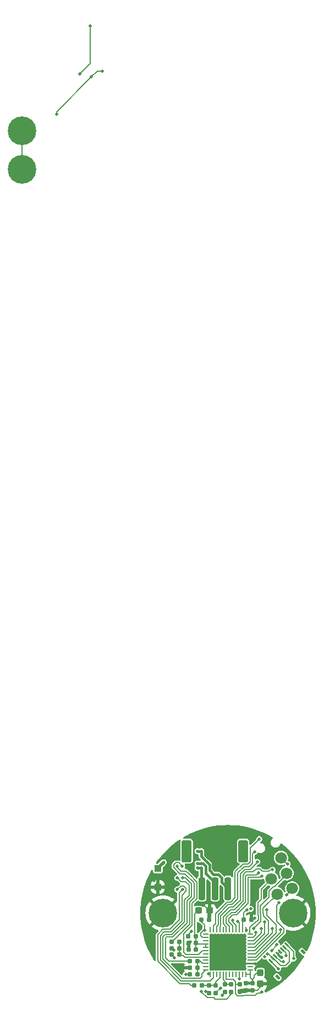
<source format=gbr>
%TF.GenerationSoftware,KiCad,Pcbnew,8.0.7-8.0.7-0~ubuntu22.04.1*%
%TF.CreationDate,2025-01-08T19:04:50+01:00*%
%TF.ProjectId,bldc_servo_mini_v1,626c6463-5f73-4657-9276-6f5f6d696e69,rev?*%
%TF.SameCoordinates,Original*%
%TF.FileFunction,Copper,L4,Bot*%
%TF.FilePolarity,Positive*%
%FSLAX46Y46*%
G04 Gerber Fmt 4.6, Leading zero omitted, Abs format (unit mm)*
G04 Created by KiCad (PCBNEW 8.0.7-8.0.7-0~ubuntu22.04.1) date 2025-01-08 19:04:50*
%MOMM*%
%LPD*%
G01*
G04 APERTURE LIST*
G04 Aperture macros list*
%AMRoundRect*
0 Rectangle with rounded corners*
0 $1 Rounding radius*
0 $2 $3 $4 $5 $6 $7 $8 $9 X,Y pos of 4 corners*
0 Add a 4 corners polygon primitive as box body*
4,1,4,$2,$3,$4,$5,$6,$7,$8,$9,$2,$3,0*
0 Add four circle primitives for the rounded corners*
1,1,$1+$1,$2,$3*
1,1,$1+$1,$4,$5*
1,1,$1+$1,$6,$7*
1,1,$1+$1,$8,$9*
0 Add four rect primitives between the rounded corners*
20,1,$1+$1,$2,$3,$4,$5,0*
20,1,$1+$1,$4,$5,$6,$7,0*
20,1,$1+$1,$6,$7,$8,$9,0*
20,1,$1+$1,$8,$9,$2,$3,0*%
%AMRotRect*
0 Rectangle, with rotation*
0 The origin of the aperture is its center*
0 $1 length*
0 $2 width*
0 $3 Rotation angle, in degrees counterclockwise*
0 Add horizontal line*
21,1,$1,$2,0,0,$3*%
G04 Aperture macros list end*
%TA.AperFunction,SMDPad,CuDef*%
%ADD10RoundRect,0.250000X-0.300000X0.300000X-0.300000X-0.300000X0.300000X-0.300000X0.300000X0.300000X0*%
%TD*%
%TA.AperFunction,SMDPad,CuDef*%
%ADD11C,1.800000*%
%TD*%
%TA.AperFunction,SMDPad,CuDef*%
%ADD12RotRect,0.400000X0.800000X225.000000*%
%TD*%
%TA.AperFunction,SMDPad,CuDef*%
%ADD13RotRect,0.300000X0.800000X225.000000*%
%TD*%
%TA.AperFunction,SMDPad,CuDef*%
%ADD14RoundRect,0.237500X-0.237500X0.300000X-0.237500X-0.300000X0.237500X-0.300000X0.237500X0.300000X0*%
%TD*%
%TA.AperFunction,SMDPad,CuDef*%
%ADD15RoundRect,0.155000X-0.155000X0.212500X-0.155000X-0.212500X0.155000X-0.212500X0.155000X0.212500X0*%
%TD*%
%TA.AperFunction,SMDPad,CuDef*%
%ADD16RoundRect,0.155000X-0.212500X-0.155000X0.212500X-0.155000X0.212500X0.155000X-0.212500X0.155000X0*%
%TD*%
%TA.AperFunction,SMDPad,CuDef*%
%ADD17RoundRect,0.250001X-0.499999X-1.449999X0.499999X-1.449999X0.499999X1.449999X-0.499999X1.449999X0*%
%TD*%
%TA.AperFunction,SMDPad,CuDef*%
%ADD18RoundRect,0.250000X-0.250000X-1.500000X0.250000X-1.500000X0.250000X1.500000X-0.250000X1.500000X0*%
%TD*%
%TA.AperFunction,SMDPad,CuDef*%
%ADD19RoundRect,0.062500X0.062500X-0.375000X0.062500X0.375000X-0.062500X0.375000X-0.062500X-0.375000X0*%
%TD*%
%TA.AperFunction,SMDPad,CuDef*%
%ADD20RoundRect,0.062500X0.375000X-0.062500X0.375000X0.062500X-0.375000X0.062500X-0.375000X-0.062500X0*%
%TD*%
%TA.AperFunction,HeatsinkPad*%
%ADD21R,5.600000X5.600000*%
%TD*%
%TA.AperFunction,SMDPad,CuDef*%
%ADD22RoundRect,0.160000X0.197500X0.160000X-0.197500X0.160000X-0.197500X-0.160000X0.197500X-0.160000X0*%
%TD*%
%TA.AperFunction,SMDPad,CuDef*%
%ADD23RoundRect,0.160000X0.160000X-0.197500X0.160000X0.197500X-0.160000X0.197500X-0.160000X-0.197500X0*%
%TD*%
%TA.AperFunction,SMDPad,CuDef*%
%ADD24RoundRect,0.160000X-0.160000X0.197500X-0.160000X-0.197500X0.160000X-0.197500X0.160000X0.197500X0*%
%TD*%
%TA.AperFunction,SMDPad,CuDef*%
%ADD25RoundRect,0.160000X-0.197500X-0.160000X0.197500X-0.160000X0.197500X0.160000X-0.197500X0.160000X0*%
%TD*%
%TA.AperFunction,ComponentPad*%
%ADD26C,2.600000*%
%TD*%
%TA.AperFunction,ConnectorPad*%
%ADD27C,4.400000*%
%TD*%
%TA.AperFunction,SMDPad,CuDef*%
%ADD28RoundRect,0.155000X0.212500X0.155000X-0.212500X0.155000X-0.212500X-0.155000X0.212500X-0.155000X0*%
%TD*%
%TA.AperFunction,SMDPad,CuDef*%
%ADD29RoundRect,0.237500X-0.300000X-0.237500X0.300000X-0.237500X0.300000X0.237500X-0.300000X0.237500X0*%
%TD*%
%TA.AperFunction,ViaPad*%
%ADD30C,0.500000*%
%TD*%
%TA.AperFunction,Conductor*%
%ADD31C,0.500000*%
%TD*%
%TA.AperFunction,Conductor*%
%ADD32C,0.200000*%
%TD*%
%TA.AperFunction,Conductor*%
%ADD33C,0.400000*%
%TD*%
G04 APERTURE END LIST*
D10*
%TO.P,D2,1,K*%
%TO.N,VCC*%
X89200000Y-93200000D03*
%TO.P,D2,2,A*%
%TO.N,GND*%
X89200000Y-96000000D03*
%TD*%
D11*
%TO.P,J5,1,GND*%
%TO.N,GND*%
X105832061Y-92405817D03*
%TO.P,J5,2,NRST*%
%TO.N,/NRST*%
X108181292Y-91550767D03*
%TO.P,J5,3,SWCLK*%
%TO.N,/SWCLK*%
X106687111Y-94755049D03*
%TO.P,J5,4,SWDIO*%
%TO.N,/SWDIO*%
X109036343Y-93899999D03*
%TO.P,J5,5,SWO*%
%TO.N,/SWO*%
X107542161Y-97104281D03*
%TO.P,J5,6,+3.3V*%
%TO.N,+3.3V*%
X109891393Y-96249230D03*
%TD*%
D12*
%TO.P,FPC_BOARD1,10,10*%
%TO.N,unconnected-(FPC_BOARD1-Pad10)*%
X111528427Y-105939340D03*
D13*
%TO.P,FPC_BOARD1,8,8*%
%TO.N,/MOSI*%
X106578680Y-107353553D03*
%TO.P,FPC_BOARD1,7,7*%
%TO.N,+3.3V*%
X106932233Y-107000000D03*
%TO.P,FPC_BOARD1,6,6*%
%TO.N,/CS*%
X107285786Y-106646447D03*
%TO.P,FPC_BOARD1,5,5*%
%TO.N,GND*%
X107639340Y-106292893D03*
%TO.P,FPC_BOARD1,4,4*%
X107992893Y-105939340D03*
%TO.P,FPC_BOARD1,3,3*%
%TO.N,/SCK*%
X108346447Y-105585786D03*
%TO.P,FPC_BOARD1,2,2*%
%TO.N,+3.3V*%
X108700000Y-105232233D03*
%TO.P,FPC_BOARD1,1,1*%
%TO.N,/MISO*%
X109053553Y-104878680D03*
D12*
%TO.P,FPC_BOARD1,9,9*%
%TO.N,unconnected-(FPC_BOARD1-Pad9)*%
X107639340Y-109828427D03*
%TD*%
D14*
%TO.P,C1,1*%
%TO.N,+3.3V*%
X105000000Y-109137500D03*
%TO.P,C1,2*%
%TO.N,GND*%
X105000000Y-110862500D03*
%TD*%
D15*
%TO.P,C32,1*%
%TO.N,+3.3V*%
X103800000Y-110732500D03*
%TO.P,C32,2*%
%TO.N,GND*%
X103800000Y-111867500D03*
%TD*%
%TO.P,C30,2*%
%TO.N,GND*%
X102800000Y-111867500D03*
%TO.P,C30,1*%
%TO.N,+3.3V*%
X102800000Y-110732500D03*
%TD*%
D16*
%TO.P,C13,1*%
%TO.N,+3.3V*%
X102432500Y-101000000D03*
%TO.P,C13,2*%
%TO.N,GND*%
X103567500Y-101000000D03*
%TD*%
%TO.P,C3,1*%
%TO.N,+3.3V*%
X95932500Y-101000000D03*
%TO.P,C3,2*%
%TO.N,GND*%
X97067500Y-101000000D03*
%TD*%
D15*
%TO.P,C2,1*%
%TO.N,/NRST*%
X101800000Y-110932500D03*
%TO.P,C2,2*%
%TO.N,GND*%
X101800000Y-112067500D03*
%TD*%
D17*
%TO.P,J3,MP*%
%TO.N,N/C*%
X102350000Y-90500000D03*
X93650000Y-90500000D03*
D18*
%TO.P,J3,3,Pin_3*%
%TO.N,/OUT1*%
X100000000Y-96250000D03*
%TO.P,J3,2,Pin_2*%
%TO.N,/OUT2*%
X98000000Y-96250000D03*
%TO.P,J3,1,Pin_1*%
%TO.N,/OUT3*%
X96000000Y-96250000D03*
%TD*%
D19*
%TO.P,U5,1,VBAT*%
%TO.N,+3.3V*%
X102750000Y-109437500D03*
%TO.P,U5,2,PC13*%
%TO.N,unconnected-(U5-PC13-Pad2)*%
X102250000Y-109437500D03*
%TO.P,U5,3,PC14*%
%TO.N,/CAN_Rs*%
X101750000Y-109437500D03*
%TO.P,U5,4,PC15*%
%TO.N,unconnected-(U5-PC15-Pad4)*%
X101250000Y-109437500D03*
%TO.P,U5,5,PF0*%
%TO.N,unconnected-(U5-PF0-Pad5)*%
X100750000Y-109437500D03*
%TO.P,U5,6,PF1*%
%TO.N,unconnected-(U5-PF1-Pad6)*%
X100250000Y-109437500D03*
%TO.P,U5,7,PG10*%
%TO.N,/NRST*%
X99750000Y-109437500D03*
%TO.P,U5,8,PA0*%
%TO.N,/VOLTAGE_SENCE*%
X99250000Y-109437500D03*
%TO.P,U5,9,PA1*%
%TO.N,/OP_AMP3_IN*%
X98750000Y-109437500D03*
%TO.P,U5,10,PA2*%
%TO.N,/OP_AMP3_OUT*%
X98250000Y-109437500D03*
%TO.P,U5,11,PA3*%
%TO.N,/SHUNT3-*%
X97750000Y-109437500D03*
%TO.P,U5,12,PA4*%
%TO.N,/CAN_EN*%
X97250000Y-109437500D03*
D20*
%TO.P,U5,13,PA5*%
%TO.N,/SHUNT2-*%
X96562500Y-108750000D03*
%TO.P,U5,14,PA6*%
%TO.N,/OP_AMP2_OUT*%
X96562500Y-108250000D03*
%TO.P,U5,15,PA7*%
%TO.N,/OP_AMP2_IN*%
X96562500Y-107750000D03*
%TO.P,U5,16,PC4*%
%TO.N,unconnected-(U5-PC4-Pad16)*%
X96562500Y-107250000D03*
%TO.P,U5,17,PB0*%
%TO.N,/OP_AMP1_IN*%
X96562500Y-106750000D03*
%TO.P,U5,18,PB1*%
%TO.N,/OP_AMP1_OUT*%
X96562500Y-106250000D03*
%TO.P,U5,19,PB2*%
%TO.N,/SHUNT1-*%
X96562500Y-105750000D03*
%TO.P,U5,20,VREF+*%
%TO.N,VDDA*%
X96562500Y-105250000D03*
%TO.P,U5,21,VDDA*%
X96562500Y-104750000D03*
%TO.P,U5,22,PB10*%
%TO.N,unconnected-(U5-PB10-Pad22)*%
X96562500Y-104250000D03*
%TO.P,U5,23,VDD*%
%TO.N,+3.3V*%
X96562500Y-103750000D03*
%TO.P,U5,24,PB11*%
%TO.N,unconnected-(U5-PB11-Pad24)*%
X96562500Y-103250000D03*
D19*
%TO.P,U5,25,PB12*%
%TO.N,unconnected-(U5-PB12-Pad25)*%
X97250000Y-102562500D03*
%TO.P,U5,26,PB13*%
%TO.N,/EN1*%
X97750000Y-102562500D03*
%TO.P,U5,27,PB14*%
%TO.N,/EN2*%
X98250000Y-102562500D03*
%TO.P,U5,28,PB15*%
%TO.N,/EN3*%
X98750000Y-102562500D03*
%TO.P,U5,29,PC6*%
%TO.N,unconnected-(U5-PC6-Pad29)*%
X99250000Y-102562500D03*
%TO.P,U5,30,PA8*%
%TO.N,/IN1*%
X99750000Y-102562500D03*
%TO.P,U5,31,PA9*%
%TO.N,/IN2*%
X100250000Y-102562500D03*
%TO.P,U5,32,PA10*%
%TO.N,/IN3*%
X100750000Y-102562500D03*
%TO.P,U5,33,PA11*%
%TO.N,/CAN_RX*%
X101250000Y-102562500D03*
%TO.P,U5,34,PA12*%
%TO.N,/CAN_TX*%
X101750000Y-102562500D03*
%TO.P,U5,35,VDD*%
%TO.N,+3.3V*%
X102250000Y-102562500D03*
%TO.P,U5,36,PA13*%
%TO.N,/SWDIO*%
X102750000Y-102562500D03*
D20*
%TO.P,U5,37,PA14*%
%TO.N,/SWCLK*%
X103437500Y-103250000D03*
%TO.P,U5,38,PA15*%
%TO.N,/CS*%
X103437500Y-103750000D03*
%TO.P,U5,39,PC10*%
%TO.N,/SCK*%
X103437500Y-104250000D03*
%TO.P,U5,40,PC11*%
%TO.N,/MISO*%
X103437500Y-104750000D03*
%TO.P,U5,41,PB3*%
%TO.N,/SWO*%
X103437500Y-105250000D03*
%TO.P,U5,42,PB4*%
%TO.N,/DRIVER_NRST*%
X103437500Y-105750000D03*
%TO.P,U5,43,PB5*%
%TO.N,/MOSI*%
X103437500Y-106250000D03*
%TO.P,U5,44,PB6*%
%TO.N,/DRIVER_NSLEEP*%
X103437500Y-106750000D03*
%TO.P,U5,45,PB7*%
%TO.N,/DRIVER_NFAULT*%
X103437500Y-107250000D03*
%TO.P,U5,46,PB8*%
%TO.N,GND*%
X103437500Y-107750000D03*
%TO.P,U5,47,PB9*%
%TO.N,unconnected-(U5-PB9-Pad47)*%
X103437500Y-108250000D03*
%TO.P,U5,48,VDD*%
%TO.N,+3.3V*%
X103437500Y-108750000D03*
D21*
%TO.P,U5,49,VSS*%
%TO.N,GND*%
X100000000Y-106000000D03*
%TD*%
D22*
%TO.P,R27,2*%
%TO.N,/SHUNT3+*%
X94802500Y-111100000D03*
%TO.P,R27,1*%
%TO.N,/OP_AMP3_IN*%
X95997500Y-111100000D03*
%TD*%
D23*
%TO.P,R26,2*%
%TO.N,/OP_AMP3_IN*%
X97100000Y-111100000D03*
%TO.P,R26,1*%
%TO.N,GND*%
X97100000Y-112295000D03*
%TD*%
D24*
%TO.P,R25,2*%
%TO.N,+3.3V*%
X98100000Y-112295000D03*
%TO.P,R25,1*%
%TO.N,/OP_AMP3_IN*%
X98100000Y-111100000D03*
%TD*%
D22*
%TO.P,R24,2*%
%TO.N,/SHUNT1+*%
X91297500Y-104400000D03*
%TO.P,R24,1*%
%TO.N,/OP_AMP1_IN*%
X92492500Y-104400000D03*
%TD*%
%TO.P,R23,1*%
%TO.N,/OP_AMP2_IN*%
X95302500Y-107400000D03*
%TO.P,R23,2*%
%TO.N,/SHUNT2+*%
X94107500Y-107400000D03*
%TD*%
D25*
%TO.P,R22,2*%
%TO.N,/OP_AMP1_IN*%
X92495000Y-105400000D03*
%TO.P,R22,1*%
%TO.N,GND*%
X91300000Y-105400000D03*
%TD*%
D22*
%TO.P,R21,2*%
%TO.N,+3.3V*%
X91297500Y-106400000D03*
%TO.P,R21,1*%
%TO.N,/OP_AMP1_IN*%
X92492500Y-106400000D03*
%TD*%
D25*
%TO.P,R20,1*%
%TO.N,GND*%
X94102500Y-108400000D03*
%TO.P,R20,2*%
%TO.N,/OP_AMP2_IN*%
X95297500Y-108400000D03*
%TD*%
D22*
%TO.P,R19,1*%
%TO.N,/OP_AMP2_IN*%
X95300000Y-109400000D03*
%TO.P,R19,2*%
%TO.N,+3.3V*%
X94105000Y-109400000D03*
%TD*%
D26*
%TO.P,H6,1,1*%
%TO.N,/SENSOR2_GND*%
X68300000Y14100000D03*
D27*
X68300000Y14100000D03*
%TD*%
D26*
%TO.P,H5,1,1*%
%TO.N,/SENSOR2_GND*%
X68300000Y20050000D03*
D27*
X68300000Y20050000D03*
%TD*%
D26*
%TO.P,H2,1,1*%
%TO.N,GND*%
X90000000Y-100000000D03*
D27*
X90000000Y-100000000D03*
%TD*%
D26*
%TO.P,H1,1,1*%
%TO.N,GND*%
X110000000Y-100000000D03*
D27*
X110000000Y-100000000D03*
%TD*%
D25*
%TO.P,FB1,1*%
%TO.N,+3.3V*%
X93870000Y-103600000D03*
%TO.P,FB1,2*%
%TO.N,VDDA*%
X95065000Y-103600000D03*
%TD*%
D28*
%TO.P,C33,1*%
%TO.N,VDDA*%
X95070000Y-104600000D03*
%TO.P,C33,2*%
%TO.N,GND*%
X93935000Y-104600000D03*
%TD*%
%TO.P,C5,2*%
%TO.N,GND*%
X93932500Y-105600000D03*
%TO.P,C5,1*%
%TO.N,VDDA*%
X95067500Y-105600000D03*
%TD*%
D29*
%TO.P,C4,2*%
%TO.N,GND*%
X97162500Y-99600000D03*
%TO.P,C4,1*%
%TO.N,VDDA*%
X95437500Y-99600000D03*
%TD*%
D24*
%TO.P,R4,2*%
%TO.N,VCC*%
X100500000Y-112097500D03*
%TO.P,R4,1*%
%TO.N,/VOLTAGE_SENCE*%
X100500000Y-110902500D03*
%TD*%
D23*
%TO.P,R5,2*%
%TO.N,/VOLTAGE_SENCE*%
X99500000Y-110902500D03*
%TO.P,R5,1*%
%TO.N,GND*%
X99500000Y-112097500D03*
%TD*%
D30*
%TO.N,VCC*%
X90100768Y-92200000D03*
%TO.N,GND*%
X88400000Y-97400000D03*
X88600000Y-95000000D03*
%TO.N,/MISO*%
X110100000Y-107000000D03*
%TO.N,GND*%
X108250000Y-106800000D03*
%TO.N,/SCK*%
X108900000Y-106500000D03*
%TO.N,/MOSI*%
X107738909Y-108538909D03*
%TO.N,/CS*%
X108500000Y-107500000D03*
%TO.N,GND*%
X92200000Y-108200000D03*
X95500000Y-98600000D03*
X97000000Y-95400000D03*
X97000000Y-97000000D03*
X107400000Y-110800000D03*
X108700000Y-103800000D03*
X109800000Y-103200000D03*
X111700000Y-104500000D03*
X112600000Y-102900000D03*
X108500000Y-95600000D03*
X112300000Y-96500000D03*
X111000000Y-93900000D03*
X110200000Y-91900000D03*
X108400000Y-90100000D03*
X107000000Y-90400000D03*
X101800000Y-87100000D03*
X99500000Y-87000000D03*
X97500000Y-87100000D03*
X87500000Y-97500000D03*
X87900000Y-95000000D03*
X100600000Y-104800000D03*
X101400000Y-105750000D03*
X100200000Y-105750000D03*
X100800000Y-105750000D03*
X99600000Y-105750000D03*
X98963369Y-105750000D03*
X99900000Y-88000000D03*
X101100000Y-88000000D03*
X98700000Y-88000000D03*
X99300000Y-88000000D03*
X100500000Y-88000000D03*
X101100000Y-88600000D03*
X99900000Y-88600000D03*
X98700000Y-88600000D03*
X99300000Y-88600000D03*
X100500000Y-88600000D03*
X99300000Y-89200000D03*
X101100000Y-89200000D03*
X100500000Y-89200000D03*
X99900000Y-89200000D03*
X98700000Y-89200000D03*
X100500000Y-94000000D03*
X99900000Y-94000000D03*
X99900000Y-93400000D03*
X98700000Y-93400000D03*
X99300000Y-93400000D03*
X100500000Y-93400000D03*
X101100000Y-92800000D03*
X100500000Y-92800000D03*
X98700000Y-92800000D03*
X99900000Y-92800000D03*
X99300000Y-92800000D03*
X99900000Y-92200000D03*
X99300000Y-92200000D03*
X101100000Y-92200000D03*
X98700000Y-92200000D03*
X100500000Y-92200000D03*
X98700000Y-91600000D03*
X99900000Y-91600000D03*
X99300000Y-91600000D03*
X101100000Y-91600000D03*
X100500000Y-91600000D03*
X98700000Y-91000000D03*
X99300000Y-91000000D03*
X99900000Y-91000000D03*
X100500000Y-91000000D03*
X101100000Y-91000000D03*
X99300000Y-90400000D03*
X101100000Y-90400000D03*
X100500000Y-90400000D03*
X99900000Y-90400000D03*
X98700000Y-90400000D03*
X101100000Y-89800000D03*
X100500000Y-89800000D03*
X99900000Y-89800000D03*
X99300000Y-89800000D03*
X91100000Y-94600000D03*
X91100000Y-92800000D03*
X91050768Y-91600000D03*
X91050768Y-92200000D03*
X91050768Y-94000000D03*
X91050768Y-93400000D03*
X91050768Y-95800000D03*
%TO.N,+3.3V*%
X105666934Y-106710884D03*
X106088981Y-106288837D03*
%TO.N,GND*%
X105171959Y-107205859D03*
X95500000Y-102500000D03*
X94192894Y-104392894D03*
X95470000Y-101850000D03*
%TO.N,/SWDIO*%
X103925000Y-102418418D03*
X102825000Y-102639250D03*
%TO.N,/DRIVER_NFAULT*%
X107878768Y-98411645D03*
%TO.N,+3.3V*%
X103500000Y-99365000D03*
%TO.N,/NRST*%
X105183361Y-112083361D03*
X109200000Y-92500000D03*
%TO.N,GND*%
X100600000Y-103600000D03*
%TO.N,/DRIVER_NSLEEP*%
X108050000Y-102597193D03*
%TO.N,/DRIVER_NRST*%
X106850000Y-102395228D03*
%TO.N,VCC*%
X95900000Y-112000000D03*
%TO.N,GND*%
X96600000Y-112000000D03*
%TO.N,/CAN_H*%
X106750000Y-105750000D03*
X107533364Y-104844455D03*
%TO.N,+3.3V*%
X98833109Y-111515125D03*
%TO.N,/CAN_Rs*%
X101726647Y-110115001D03*
%TO.N,/CAN_EN*%
X96988721Y-109322737D03*
%TO.N,GND*%
X104167889Y-107800000D03*
%TO.N,/SENSOR2_GND*%
X73600000Y22600000D03*
%TO.N,/SENSOR2_MOSI*%
X77200000Y28800000D03*
X78800000Y36100000D03*
%TO.N,/SENSOR2_GND*%
X80700000Y29200000D03*
X79000000Y28300000D03*
%TO.N,GND*%
X105700000Y-97100000D03*
X105300000Y-91100000D03*
%TO.N,+3.3V*%
X109000000Y-97200000D03*
X103303240Y-110735587D03*
%TO.N,GND*%
X104120939Y-100750000D03*
%TO.N,+3.3V*%
X102905494Y-99500750D03*
%TO.N,GND*%
X104000000Y-98095000D03*
X96196321Y-98705506D03*
X103300000Y-111900000D03*
X102300000Y-112000000D03*
X99091382Y-112643900D03*
%TO.N,+3.3V*%
X96397220Y-102609459D03*
X94367459Y-102806621D03*
X93500000Y-109400000D03*
%TO.N,GND*%
X93400000Y-108400000D03*
%TO.N,+3.3V*%
X91756067Y-106850001D03*
%TO.N,GND*%
X91695656Y-105661038D03*
X91050768Y-95200000D03*
X98700000Y-89800000D03*
%TO.N,/IN1*%
X106852044Y-93364798D03*
%TO.N,/IN3*%
X105170896Y-94350000D03*
%TO.N,/IN2*%
X104706705Y-93826048D03*
%TO.N,/MISO*%
X105649999Y-101393503D03*
%TO.N,/MOSI*%
X105950001Y-99474257D03*
%TO.N,/SCK*%
X105098811Y-102427808D03*
%TO.N,/CS*%
X104295384Y-103012402D03*
%TO.N,/CAN_TX*%
X101523797Y-101293032D03*
%TO.N,/CAN_RX*%
X100742112Y-101122826D03*
%TO.N,GND*%
X93756162Y-104800000D03*
%TO.N,/EN3*%
X104506886Y-92148106D03*
%TO.N,/EN2*%
X104100000Y-90600000D03*
%TO.N,/EN1*%
X104804578Y-88656586D03*
%TO.N,/OUT1*%
X95300000Y-90500000D03*
X95900000Y-90500000D03*
%TO.N,/OUT3*%
X95300000Y-93100000D03*
X95900000Y-93100000D03*
%TO.N,/OUT2*%
X95300000Y-92400000D03*
X95900000Y-92400000D03*
%TO.N,/SHUNT3+*%
X93000000Y-96400000D03*
%TO.N,/SHUNT3-*%
X92200000Y-96400000D03*
%TO.N,/SHUNT1-*%
X92200000Y-92800000D03*
%TO.N,/SHUNT1+*%
X92964713Y-92838247D03*
%TO.N,/SHUNT2-*%
X92200000Y-94600000D03*
%TO.N,/SHUNT2+*%
X93000000Y-94600000D03*
%TO.N,GND*%
X104738909Y-107638909D03*
%TD*%
D31*
%TO.N,VCC*%
X89200000Y-93200000D02*
X89200000Y-93100768D01*
X89200000Y-93100768D02*
X90100768Y-92200000D01*
D32*
%TO.N,/MISO*%
X110100000Y-105925127D02*
X110100000Y-107000000D01*
X109053553Y-104878680D02*
X110100000Y-105925127D01*
%TO.N,+3.3V*%
X106932233Y-107000000D02*
X107002943Y-107000000D01*
X107002943Y-107000000D02*
X108052943Y-108050000D01*
X108052943Y-108050000D02*
X108850000Y-108050000D01*
X108850000Y-108050000D02*
X109450000Y-107450000D01*
X109450000Y-107450000D02*
X109450000Y-105982233D01*
X109450000Y-105982233D02*
X108700000Y-105232233D01*
%TO.N,/CS*%
X108500000Y-107500000D02*
X108139339Y-107500000D01*
X108139339Y-107500000D02*
X107285786Y-106646447D01*
%TO.N,GND*%
X107742893Y-106292893D02*
X108250000Y-106800000D01*
X107639340Y-106292893D02*
X107742893Y-106292893D01*
%TO.N,/SCK*%
X108900000Y-106139339D02*
X108900000Y-106500000D01*
X108346447Y-105585786D02*
X108900000Y-106139339D01*
%TO.N,+3.3V*%
X106932233Y-107000000D02*
X106221070Y-106288837D01*
X106221070Y-106288837D02*
X106088981Y-106288837D01*
%TO.N,/MOSI*%
X106578680Y-107378680D02*
X107738909Y-108538909D01*
X106578680Y-107353553D02*
X106578680Y-107378680D01*
%TO.N,/SWCLK*%
X103437500Y-103250000D02*
X103375000Y-103187500D01*
X103375000Y-102190600D02*
X103915600Y-101650000D01*
X105100000Y-96342160D02*
X106687111Y-94755049D01*
X103375000Y-103187500D02*
X103375000Y-102190600D01*
X104678543Y-101021457D02*
X104678543Y-100437733D01*
X103915600Y-101650000D02*
X104050000Y-101650000D01*
X105100000Y-97900000D02*
X105100000Y-96342160D01*
X104050000Y-101650000D02*
X104678543Y-101021457D01*
X104678543Y-100437733D02*
X104600000Y-100359190D01*
X104600000Y-100359190D02*
X104600000Y-98400000D01*
X104600000Y-98400000D02*
X105100000Y-97900000D01*
%TO.N,GND*%
X107992893Y-105939340D02*
X107639340Y-106292893D01*
D33*
%TO.N,/OUT1*%
X98526166Y-94100000D02*
X99013083Y-94586917D01*
X100000000Y-96250000D02*
X99013083Y-95263083D01*
X99013083Y-95263083D02*
X99013083Y-94586917D01*
D32*
%TO.N,/CAN_H*%
X106750000Y-105750000D02*
X107533364Y-104966636D01*
X107533364Y-104966636D02*
X107533364Y-104844455D01*
%TO.N,GND*%
X104117889Y-107750000D02*
X103437500Y-107750000D01*
X104167889Y-107800000D02*
X104117889Y-107750000D01*
%TO.N,VDDA*%
X95437500Y-99600000D02*
X94900000Y-100137500D01*
X94900000Y-100137500D02*
X94900000Y-102561344D01*
X94900000Y-102561344D02*
X94917459Y-102578803D01*
X94917459Y-102578803D02*
X94917459Y-103452459D01*
X94917459Y-103452459D02*
X95065000Y-103600000D01*
%TO.N,+3.3V*%
X94367459Y-102806621D02*
X93870000Y-103304080D01*
X93870000Y-103304080D02*
X93870000Y-103600000D01*
%TO.N,GND*%
X94192894Y-104392894D02*
X94207108Y-104378680D01*
X93756162Y-104800000D02*
X93935000Y-104978838D01*
X93935000Y-104978838D02*
X93935000Y-105597500D01*
%TO.N,+3.3V*%
X96397220Y-102609459D02*
X96397220Y-101797220D01*
X96397220Y-101797220D02*
X95932500Y-101332500D01*
X95932500Y-101332500D02*
X95932500Y-101000000D01*
X95800000Y-103500000D02*
X95800000Y-103060614D01*
X95800000Y-103060614D02*
X96251155Y-102609459D01*
X96251155Y-102609459D02*
X96397220Y-102609459D01*
D33*
%TO.N,/OUT3*%
X95900000Y-93100000D02*
X95300000Y-93100000D01*
%TO.N,/OUT1*%
X95300000Y-90500000D02*
X95900000Y-90500000D01*
X96633883Y-92066117D02*
X97150000Y-92582233D01*
X96633883Y-92066117D02*
X95900000Y-91332234D01*
X95900000Y-91332234D02*
X95900000Y-90500000D01*
X97150000Y-92582233D02*
X97150000Y-93450000D01*
X97150000Y-93450000D02*
X97800000Y-94100000D01*
X97800000Y-94100000D02*
X98526166Y-94100000D01*
%TO.N,/OUT2*%
X95900000Y-92400000D02*
X96119239Y-92400000D01*
X96119239Y-92400000D02*
X96550000Y-92830761D01*
X96550000Y-92830761D02*
X96550000Y-93950000D01*
X98000000Y-95400000D02*
X98000000Y-96250000D01*
X96550000Y-93950000D02*
X98000000Y-95400000D01*
D32*
%TO.N,/DRIVER_NFAULT*%
X103437500Y-107250000D02*
X104350000Y-107250000D01*
X104350000Y-107250000D02*
X108600000Y-103000000D01*
X108600000Y-103000000D02*
X108600000Y-102369375D01*
X108600000Y-102369375D02*
X107500000Y-101269375D01*
X107500000Y-101269375D02*
X107500000Y-98790413D01*
X107500000Y-98790413D02*
X107878768Y-98411645D01*
%TO.N,/SWO*%
X105478543Y-100106361D02*
X105400001Y-100027819D01*
X105400001Y-100027819D02*
X105400001Y-99246439D01*
%TO.N,/MOSI*%
X107400000Y-101800000D02*
X107400000Y-103068628D01*
X105950001Y-99474257D02*
X105950001Y-100350001D01*
X107400000Y-103068628D02*
X104218628Y-106250000D01*
X105950001Y-100350001D02*
X107400000Y-101800000D01*
X104218628Y-106250000D02*
X103437500Y-106250000D01*
%TO.N,/SWO*%
X103437500Y-105250000D02*
X104087256Y-105250000D01*
X104087256Y-105250000D02*
X106200000Y-103137256D01*
X106200000Y-103137256D02*
X106200000Y-101165686D01*
X105478543Y-100444229D02*
X105478543Y-100106361D01*
X105478543Y-100106361D02*
X105400000Y-100027818D01*
X105400000Y-100027818D02*
X105400000Y-99246440D01*
X105400000Y-99246440D02*
X107542160Y-97104280D01*
%TO.N,/MISO*%
X105649999Y-103120759D02*
X104020758Y-104750000D01*
X105649999Y-101393503D02*
X105649999Y-103120759D01*
X104020758Y-104750000D02*
X103437500Y-104750000D01*
%TO.N,/SCK*%
X105098811Y-102427808D02*
X105100000Y-102428997D01*
X105100000Y-102428997D02*
X105100000Y-103105072D01*
X105100000Y-103105072D02*
X103955072Y-104250000D01*
X103955072Y-104250000D02*
X103437500Y-104250000D01*
%TO.N,/SWDIO*%
X103925000Y-102418418D02*
X105078543Y-101264875D01*
X105078543Y-101264875D02*
X105078543Y-100272047D01*
X105000000Y-100193504D02*
X105000000Y-98900000D01*
X105078543Y-100272047D02*
X105000000Y-100193504D01*
X105000000Y-98900000D02*
X106342160Y-97557840D01*
X106342160Y-96607223D02*
X106994334Y-95955049D01*
X106342160Y-97557840D02*
X106342160Y-96607223D01*
X106994334Y-95955049D02*
X107184168Y-95955049D01*
X107184168Y-95955049D02*
X109036342Y-94102875D01*
X109036342Y-94102875D02*
X109036342Y-93900000D01*
%TO.N,/DRIVER_NRST*%
X106850000Y-102395228D02*
X106850000Y-103052942D01*
X104152942Y-105750000D02*
X103437500Y-105750000D01*
X106850000Y-103052942D02*
X104152942Y-105750000D01*
%TO.N,GND*%
X104120939Y-100750000D02*
X103870939Y-101000000D01*
X103870939Y-101000000D02*
X103567500Y-101000000D01*
%TO.N,/CS*%
X104295384Y-103344002D02*
X103889386Y-103750000D01*
X104295384Y-103012402D02*
X104295384Y-103344002D01*
X103889386Y-103750000D02*
X103437500Y-103750000D01*
%TO.N,/SWDIO*%
X102825000Y-102639250D02*
X102825000Y-102637500D01*
X102825000Y-102637500D02*
X102750000Y-102562500D01*
%TO.N,/IN3*%
X100750000Y-101979243D02*
X100750000Y-102562500D01*
X100142112Y-101371355D02*
X100750000Y-101979243D01*
X100142112Y-100874297D02*
X100142112Y-101371355D01*
X101328427Y-100300000D02*
X100716409Y-100300000D01*
X103100000Y-98528428D02*
X102865685Y-98762742D01*
X102865685Y-98762742D02*
X101328427Y-100300000D01*
X100716409Y-100300000D02*
X100142112Y-100874297D01*
X105170896Y-94350000D02*
X104965078Y-94555818D01*
X104965078Y-94555818D02*
X103100000Y-94555818D01*
X103100000Y-94555818D02*
X103100000Y-98528428D01*
%TO.N,+3.3V*%
X102905494Y-99500750D02*
X102432500Y-99973744D01*
X102432500Y-99973744D02*
X102432500Y-101000000D01*
%TO.N,/NRST*%
X109200000Y-92500000D02*
X109130525Y-92500000D01*
X109130525Y-92500000D02*
X108181292Y-91550767D01*
X104500000Y-112300000D02*
X104200000Y-112600000D01*
X105183361Y-112083361D02*
X104966722Y-112300000D01*
X104966722Y-112300000D02*
X104500000Y-112300000D01*
X102500000Y-112600000D02*
X102365000Y-112735000D01*
X102365000Y-112735000D02*
X101452238Y-112735000D01*
X104200000Y-112600000D02*
X102500000Y-112600000D01*
X101452238Y-112735000D02*
X101120000Y-112402762D01*
X101120000Y-112402762D02*
X101120000Y-110900000D01*
%TO.N,/DRIVER_NSLEEP*%
X103437500Y-106750000D02*
X104284314Y-106750000D01*
X104284314Y-106750000D02*
X108050000Y-102984314D01*
X108050000Y-102984314D02*
X108050000Y-102597193D01*
%TO.N,VCC*%
X100500000Y-112097500D02*
X100500000Y-112454999D01*
X100500000Y-112454999D02*
X99761099Y-113193900D01*
X99761099Y-113193900D02*
X98000000Y-113193900D01*
X98000000Y-113193900D02*
X97806100Y-113000000D01*
X97806100Y-113000000D02*
X96792528Y-113000000D01*
X96792528Y-113000000D02*
X95900000Y-112107472D01*
X95900000Y-112107472D02*
X95900000Y-112000000D01*
%TO.N,GND*%
X96895000Y-112295000D02*
X96600000Y-112000000D01*
X97100000Y-112295000D02*
X96895000Y-112295000D01*
%TO.N,/SHUNT3+*%
X94020000Y-110820000D02*
X94300000Y-111100000D01*
X94300000Y-111100000D02*
X94802500Y-111100000D01*
%TO.N,GND*%
X99091382Y-112643900D02*
X99500000Y-112235282D01*
X99500000Y-112235282D02*
X99500000Y-112097500D01*
%TO.N,/CAN_EN*%
X96988721Y-109322737D02*
X97103484Y-109437500D01*
X97103484Y-109437500D02*
X97250000Y-109437500D01*
%TO.N,+3.3V*%
X98100000Y-112248234D02*
X98833109Y-111515125D01*
X98100000Y-112295000D02*
X98100000Y-112248234D01*
%TO.N,/CAN_Rs*%
X101750000Y-109437500D02*
X101750000Y-110091648D01*
X101750000Y-110091648D02*
X101726647Y-110115001D01*
%TO.N,/NRST*%
X101120000Y-110900000D02*
X101120000Y-110510028D01*
X101800000Y-110932500D02*
X101152500Y-110932500D01*
X101152500Y-110932500D02*
X101120000Y-110900000D01*
X100809972Y-110200000D02*
X100954986Y-110345014D01*
X101120000Y-110510028D02*
X100954986Y-110345014D01*
X99800000Y-110200000D02*
X100809972Y-110200000D01*
%TO.N,/SHUNT2-*%
X94000000Y-95731372D02*
X93418628Y-95150000D01*
X94000000Y-97302942D02*
X94000000Y-95731372D01*
X93300000Y-98002942D02*
X94000000Y-97302942D01*
X93300000Y-101366906D02*
X93300000Y-98002942D01*
X91366906Y-103300000D02*
X93300000Y-101366906D01*
X96000000Y-109312500D02*
X96000000Y-109720000D01*
X90334314Y-103300000D02*
X91366906Y-103300000D01*
X92450000Y-94600000D02*
X92200000Y-94600000D01*
X90000000Y-103634314D02*
X90334314Y-103300000D01*
X92450000Y-94827818D02*
X92450000Y-94600000D01*
X92951372Y-110020000D02*
X90000000Y-107068628D01*
X96000000Y-109720000D02*
X95700000Y-110020000D01*
X90000000Y-107068628D02*
X90000000Y-103634314D01*
X92772182Y-95150000D02*
X92450000Y-94827818D01*
X95700000Y-110020000D02*
X92951372Y-110020000D01*
X96562500Y-108750000D02*
X96000000Y-109312500D01*
X93418628Y-95150000D02*
X92772182Y-95150000D01*
%TO.N,+3.3V*%
X105000000Y-109137500D02*
X104462500Y-109137500D01*
X104462500Y-109137500D02*
X104050000Y-109550000D01*
X104050000Y-109550000D02*
X104050000Y-109950000D01*
%TO.N,GND*%
X105000000Y-110862500D02*
X105000000Y-111400000D01*
X105000000Y-111400000D02*
X104532500Y-111867500D01*
X104532500Y-111867500D02*
X103800000Y-111867500D01*
%TO.N,/SENSOR2_GND*%
X73600000Y22900000D02*
X79000000Y28300000D01*
X73600000Y22600000D02*
X73600000Y22900000D01*
%TO.N,/SENSOR2_MOSI*%
X78800000Y30400000D02*
X77200000Y28800000D01*
X78800000Y36100000D02*
X78800000Y30400000D01*
%TO.N,/SENSOR2_GND*%
X79900000Y29200000D02*
X79000000Y28300000D01*
X80700000Y29200000D02*
X79900000Y29200000D01*
X68300000Y14100000D02*
X68300000Y20050000D01*
%TO.N,GND*%
X105832062Y-91632062D02*
X105300000Y-91100000D01*
X105832062Y-92405818D02*
X105832062Y-91632062D01*
%TO.N,+3.3V*%
X109891393Y-96308607D02*
X109000000Y-97200000D01*
X109891393Y-96249230D02*
X109891393Y-96308607D01*
X103750000Y-110250000D02*
X104050000Y-109950000D01*
X103800000Y-110732500D02*
X103306327Y-110732500D01*
X103306327Y-110732500D02*
X103303240Y-110735587D01*
X102250000Y-102562500D02*
X102250000Y-101182500D01*
X102250000Y-101182500D02*
X102432500Y-101000000D01*
%TO.N,GND*%
X102200000Y-112000000D02*
X102132500Y-112067500D01*
X102132500Y-112067500D02*
X101800000Y-112067500D01*
X102200000Y-112000000D02*
X103667500Y-112000000D01*
X103667500Y-112000000D02*
X103800000Y-111867500D01*
%TO.N,/NRST*%
X101800000Y-110700000D02*
X101800000Y-110932500D01*
X99750000Y-110150000D02*
X99800000Y-110200000D01*
X99750000Y-109437500D02*
X99750000Y-110150000D01*
%TO.N,/VOLTAGE_SENCE*%
X99500000Y-110902500D02*
X100500000Y-110902500D01*
%TO.N,+3.3V*%
X102800000Y-110732500D02*
X103800000Y-110732500D01*
X103750000Y-110250000D02*
X103750000Y-110682500D01*
X103750000Y-110682500D02*
X103800000Y-110732500D01*
%TO.N,/VOLTAGE_SENCE*%
X99250000Y-109437500D02*
X99250000Y-110150000D01*
X99250000Y-110150000D02*
X99350000Y-110250000D01*
X99350000Y-110250000D02*
X99350000Y-110315685D01*
X99350000Y-110315685D02*
X99500000Y-110465685D01*
X99500000Y-110465685D02*
X99500000Y-110902500D01*
%TO.N,GND*%
X97090815Y-99600000D02*
X96196321Y-98705506D01*
X97162500Y-99600000D02*
X97090815Y-99600000D01*
%TO.N,+3.3V*%
X103750000Y-110250000D02*
X103437500Y-109937500D01*
X103437500Y-109937500D02*
X103437500Y-109362500D01*
X103437500Y-108750000D02*
X103437500Y-109362500D01*
X103437500Y-109362500D02*
X103362500Y-109437500D01*
X103362500Y-109437500D02*
X102750000Y-109437500D01*
%TO.N,/OP_AMP3_IN*%
X98100000Y-111100000D02*
X98100000Y-110600000D01*
X98100000Y-110600000D02*
X98750000Y-109950000D01*
X98750000Y-109950000D02*
X98750000Y-109437500D01*
%TO.N,/SHUNT3+*%
X93000000Y-96400000D02*
X92500000Y-96900000D01*
X92620000Y-110820000D02*
X94020000Y-110820000D01*
X92500000Y-96900000D02*
X92500000Y-101035534D01*
X92500000Y-101035534D02*
X91035534Y-102500000D01*
X90002942Y-102500000D02*
X89200000Y-103302942D01*
X91035534Y-102500000D02*
X90002942Y-102500000D01*
X89200000Y-103302942D02*
X89200000Y-107400000D01*
X89200000Y-107400000D02*
X92620000Y-110820000D01*
%TO.N,VDDA*%
X96562500Y-105250000D02*
X96562500Y-104750000D01*
X95065000Y-103600000D02*
X95065000Y-105597500D01*
X95065000Y-105597500D02*
X95067500Y-105600000D01*
X96562500Y-104750000D02*
X95220000Y-104750000D01*
X95220000Y-104750000D02*
X95070000Y-104600000D01*
%TO.N,+3.3V*%
X96387761Y-102600000D02*
X96397220Y-102609459D01*
%TO.N,GND*%
X97162500Y-99600000D02*
X97162500Y-100905000D01*
X97162500Y-100905000D02*
X97067500Y-101000000D01*
%TO.N,+3.3V*%
X96562500Y-103750000D02*
X96050000Y-103750000D01*
X96050000Y-103750000D02*
X95800000Y-103500000D01*
X95800000Y-101132500D02*
X95932500Y-101000000D01*
X94105000Y-109400000D02*
X93500000Y-109400000D01*
%TO.N,GND*%
X94102500Y-108400000D02*
X93400000Y-108400000D01*
%TO.N,+3.3V*%
X91306066Y-106400000D02*
X91756067Y-106850001D01*
X91297500Y-106400000D02*
X91306066Y-106400000D01*
%TO.N,GND*%
X91434618Y-105400000D02*
X91695656Y-105661038D01*
X91300000Y-105400000D02*
X91434618Y-105400000D01*
%TO.N,/IN1*%
X104338597Y-93226048D02*
X104955234Y-93226048D01*
X102299999Y-98197058D02*
X102299999Y-94197059D01*
X102789000Y-93708058D02*
X103856587Y-93708058D01*
X102299999Y-94197059D02*
X102789000Y-93708058D01*
X104955234Y-93226048D02*
X105335004Y-93605818D01*
X101831370Y-98665686D02*
X102299999Y-98197058D01*
X103856587Y-93708058D02*
X104338597Y-93226048D01*
X100385037Y-99500000D02*
X100997056Y-99500000D01*
X99300000Y-100585037D02*
X100385037Y-99500000D01*
X105335004Y-93605818D02*
X106329119Y-93605818D01*
X100997056Y-99500000D02*
X101831370Y-98665686D01*
X99300000Y-101660614D02*
X99300000Y-100585037D01*
X99750000Y-102110614D02*
X99300000Y-101660614D01*
X99750000Y-102562500D02*
X99750000Y-102110614D01*
X106329119Y-93605818D02*
X106570139Y-93364798D01*
X106570139Y-93364798D02*
X106852044Y-93364798D01*
%TO.N,/IN2*%
X99742112Y-100708611D02*
X99742112Y-101537041D01*
X100550723Y-99900000D02*
X99742112Y-100708611D01*
X101162742Y-99900000D02*
X100550723Y-99900000D01*
X104706705Y-93826048D02*
X104376935Y-94155818D01*
X102700000Y-98362742D02*
X101162742Y-99900000D01*
X102906926Y-94155818D02*
X102700000Y-94362744D01*
X104376935Y-94155818D02*
X102906926Y-94155818D01*
X99742112Y-101537041D02*
X100250000Y-102044929D01*
X102700000Y-94362744D02*
X102700000Y-98362742D01*
X100250000Y-102044929D02*
X100250000Y-102562500D01*
%TO.N,/EN3*%
X98750000Y-102562500D02*
X98750000Y-102110614D01*
X100200000Y-99100000D02*
X100831371Y-99100000D01*
X102623314Y-93308058D02*
X103408058Y-93308058D01*
X98750000Y-102110614D02*
X98900000Y-101960614D01*
X104506886Y-92209230D02*
X104506886Y-92148106D01*
X98900000Y-101960614D02*
X98900000Y-100400000D01*
X98900000Y-100400000D02*
X100200000Y-99100000D01*
X101900000Y-94031372D02*
X102623314Y-93308058D01*
X100831371Y-99100000D02*
X101665685Y-98265686D01*
X101665685Y-98265686D02*
X101900000Y-98031372D01*
X101900000Y-98031372D02*
X101900000Y-94031372D01*
X103408058Y-93308058D02*
X104506886Y-92209230D01*
%TO.N,/EN2*%
X98500000Y-101794928D02*
X98250000Y-102044928D01*
X98500000Y-100234314D02*
X98500000Y-101794928D01*
X99800000Y-98934315D02*
X98500000Y-100234314D01*
X100650430Y-98700000D02*
X100034314Y-98700000D01*
X100034314Y-98700000D02*
X99800000Y-98934315D01*
X101500000Y-97850430D02*
X100650430Y-98700000D01*
X101500000Y-93865686D02*
X101500000Y-97850430D01*
X102465686Y-92900000D02*
X101500000Y-93865686D01*
X103250430Y-92900000D02*
X102465686Y-92900000D01*
X103800000Y-92350430D02*
X103565685Y-92584744D01*
X103800000Y-90900000D02*
X103800000Y-92350430D01*
X98250000Y-102044928D02*
X98250000Y-102562500D01*
X103565685Y-92584744D02*
X103250430Y-92900000D01*
X104100000Y-90600000D02*
X103800000Y-90900000D01*
%TO.N,/EN1*%
X104804578Y-88656586D02*
X103400000Y-90061164D01*
X101100000Y-97684744D02*
X100484744Y-98300000D01*
X103400000Y-90061164D02*
X103400000Y-92184744D01*
X101100000Y-93700000D02*
X101100000Y-97684744D01*
X103400000Y-92184744D02*
X103084744Y-92500000D01*
X103084744Y-92500000D02*
X102300000Y-92500000D01*
X98100000Y-101629242D02*
X97750000Y-101979242D01*
X102300000Y-92500000D02*
X101100000Y-93700000D01*
X97750000Y-101979242D02*
X97750000Y-102562500D01*
X100484744Y-98300000D02*
X99868628Y-98300000D01*
X99868628Y-98300000D02*
X98100000Y-100068628D01*
X98100000Y-100068628D02*
X98100000Y-101629242D01*
%TO.N,/CAN_RX*%
X100742112Y-101122826D02*
X100742112Y-101405669D01*
X100742112Y-101405669D02*
X101250000Y-101913557D01*
X101250000Y-101913557D02*
X101250000Y-102562500D01*
%TO.N,/CAN_TX*%
X101523797Y-101293032D02*
X101750000Y-101519235D01*
X101750000Y-101519235D02*
X101750000Y-102562500D01*
%TO.N,/SWCLK*%
X106687111Y-94755049D02*
X106687111Y-94552174D01*
%TO.N,/OP_AMP3_IN*%
X96100000Y-111100000D02*
X98100000Y-111100000D01*
%TO.N,/SHUNT2+*%
X94107500Y-107400000D02*
X90897058Y-107400000D01*
X94400000Y-97468628D02*
X94400000Y-95565686D01*
X90897058Y-107400000D02*
X90400000Y-106902942D01*
X90400000Y-106902942D02*
X90400000Y-103800000D01*
X90400000Y-103800000D02*
X90500000Y-103700000D01*
X93700000Y-98168628D02*
X94400000Y-97468628D01*
X90500000Y-103700000D02*
X91532592Y-103700000D01*
X93434314Y-94600000D02*
X93000000Y-94600000D01*
X91532592Y-103700000D02*
X93700000Y-101532592D01*
X93700000Y-101532592D02*
X93700000Y-98168628D01*
X94400000Y-95565686D02*
X93434314Y-94600000D01*
%TO.N,/SHUNT3-*%
X92785686Y-110420000D02*
X97219386Y-110420000D01*
X90168628Y-102900000D02*
X89600000Y-103468628D01*
X91201220Y-102900000D02*
X90168628Y-102900000D01*
X92900000Y-101201220D02*
X92665685Y-101435534D01*
X97750000Y-109889386D02*
X97750000Y-109437500D01*
X89600000Y-107234314D02*
X92785686Y-110420000D01*
X92900000Y-97300000D02*
X92900000Y-101201220D01*
X93550000Y-96172182D02*
X93550000Y-96650000D01*
X93227818Y-95850000D02*
X93550000Y-96172182D01*
X89600000Y-103468628D02*
X89600000Y-107234314D01*
X92665685Y-101435534D02*
X91201220Y-102900000D01*
X97219386Y-110420000D02*
X97750000Y-109889386D01*
X92750000Y-95850000D02*
X93227818Y-95850000D01*
X92200000Y-96400000D02*
X92750000Y-95850000D01*
X93550000Y-96650000D02*
X92900000Y-97300000D01*
%TO.N,/OP_AMP2_IN*%
X95302500Y-107400000D02*
X95302500Y-109397500D01*
X95302500Y-109397500D02*
X95300000Y-109400000D01*
X95302500Y-107400000D02*
X95700000Y-107400000D01*
X95700000Y-107400000D02*
X96050000Y-107750000D01*
X96050000Y-107750000D02*
X96562500Y-107750000D01*
%TO.N,GND*%
X94067500Y-105397500D02*
X94065000Y-105400000D01*
X94067500Y-104400000D02*
X94185788Y-104400000D01*
X94185788Y-104400000D02*
X94192894Y-104392894D01*
%TO.N,/SHUNT1-*%
X94500000Y-101890028D02*
X93200000Y-103190028D01*
X94500000Y-98500000D02*
X94500000Y-101890028D01*
X93550000Y-106350000D02*
X95510614Y-106350000D01*
X95200000Y-97800000D02*
X94500000Y-98500000D01*
X93200000Y-106000000D02*
X93550000Y-106350000D01*
X95200000Y-95234315D02*
X95200000Y-97800000D01*
X93200000Y-103190028D02*
X93200000Y-106000000D01*
X94000000Y-94034315D02*
X95200000Y-95234315D01*
X93565686Y-93600000D02*
X94000000Y-94034315D01*
X93521751Y-93556066D02*
X93565686Y-93600000D01*
X92743934Y-93556066D02*
X93521751Y-93556066D01*
X92200000Y-93012132D02*
X92743934Y-93556066D01*
X92200000Y-92800000D02*
X92200000Y-93012132D01*
X96110614Y-105750000D02*
X96562500Y-105750000D01*
X95510614Y-106350000D02*
X96110614Y-105750000D01*
%TO.N,/OP_AMP1_IN*%
X92492500Y-106400000D02*
X92592500Y-106500000D01*
X92592500Y-106500000D02*
X93100000Y-106500000D01*
X93350000Y-106750000D02*
X96562500Y-106750000D01*
X93100000Y-106500000D02*
X93350000Y-106750000D01*
X92492500Y-106400000D02*
X92492500Y-104400000D01*
%TO.N,/SHUNT1+*%
X92964713Y-92838247D02*
X92964713Y-92786895D01*
X92964713Y-92786895D02*
X92427818Y-92250000D01*
X91650000Y-93027818D02*
X92622182Y-94000000D01*
X94800000Y-95400000D02*
X94800000Y-97634314D01*
X91398278Y-104400000D02*
X91297500Y-104400000D01*
X92427818Y-92250000D02*
X91972182Y-92250000D01*
X91972182Y-92250000D02*
X91650000Y-92572182D01*
X94100000Y-98334314D02*
X94100000Y-101698278D01*
X91650000Y-92572182D02*
X91650000Y-93027818D01*
X92622182Y-94000000D02*
X93400000Y-94000000D01*
X93400000Y-94000000D02*
X94800000Y-95400000D01*
X94100000Y-101698278D02*
X91398278Y-104400000D01*
X94800000Y-97634314D02*
X94100000Y-98334314D01*
D33*
%TO.N,/OUT3*%
X95900000Y-93100000D02*
X95900000Y-96150000D01*
X95900000Y-96150000D02*
X96000000Y-96250000D01*
%TO.N,/OUT2*%
X95900000Y-92400000D02*
X95300000Y-92400000D01*
D32*
%TO.N,/SWO*%
X106200000Y-101165686D02*
X105478543Y-100444229D01*
%TD*%
%TA.AperFunction,Conductor*%
%TO.N,GND*%
G36*
X103743039Y-111637185D02*
G01*
X103788794Y-111689989D01*
X103800000Y-111741500D01*
X103800000Y-111993500D01*
X103780315Y-112060539D01*
X103727511Y-112106294D01*
X103676000Y-112117500D01*
X102740000Y-112117500D01*
X102740000Y-112175500D01*
X102720315Y-112242539D01*
X102667511Y-112288294D01*
X102616000Y-112299500D01*
X102460438Y-112299500D01*
X102409029Y-112313275D01*
X102376937Y-112317500D01*
X102050000Y-112317500D01*
X102047090Y-112320409D01*
X102030315Y-112377539D01*
X101977511Y-112423294D01*
X101926000Y-112434500D01*
X101674000Y-112434500D01*
X101606961Y-112414815D01*
X101561206Y-112362011D01*
X101550000Y-112310500D01*
X101550000Y-112191500D01*
X101569685Y-112124461D01*
X101622489Y-112078706D01*
X101674000Y-112067500D01*
X101800000Y-112067500D01*
X101800000Y-111928862D01*
X101819685Y-111861823D01*
X101836319Y-111841181D01*
X101860000Y-111817500D01*
X101860000Y-111741500D01*
X101879685Y-111674461D01*
X101932489Y-111628706D01*
X101984000Y-111617500D01*
X103676000Y-111617500D01*
X103743039Y-111637185D01*
G37*
%TD.AperFunction*%
%TA.AperFunction,Conductor*%
G36*
X100727505Y-86520207D02*
G01*
X100734195Y-86520570D01*
X101456214Y-86579363D01*
X101462869Y-86580086D01*
X102180685Y-86677886D01*
X102187256Y-86678964D01*
X102898690Y-86815477D01*
X102905230Y-86816916D01*
X103608261Y-86991751D01*
X103614699Y-86993539D01*
X104307212Y-87206174D01*
X104313541Y-87208306D01*
X104993541Y-87458125D01*
X104999756Y-87460602D01*
X105665220Y-87746864D01*
X105671294Y-87749674D01*
X105842709Y-87834688D01*
X106320278Y-88071540D01*
X106326207Y-88074684D01*
X106874327Y-88384578D01*
X106922997Y-88434707D01*
X106936839Y-88503192D01*
X106911458Y-88568289D01*
X106882192Y-88595621D01*
X106847824Y-88618585D01*
X106743293Y-88723116D01*
X106743290Y-88723120D01*
X106661161Y-88846034D01*
X106661154Y-88846047D01*
X106604585Y-88982618D01*
X106604582Y-88982628D01*
X106575742Y-89127615D01*
X106575742Y-89127618D01*
X106575742Y-89275454D01*
X106575742Y-89275456D01*
X106575741Y-89275456D01*
X106604582Y-89420443D01*
X106604585Y-89420453D01*
X106661154Y-89557024D01*
X106661161Y-89557037D01*
X106743290Y-89679951D01*
X106743293Y-89679955D01*
X106847822Y-89784484D01*
X106847826Y-89784487D01*
X106970740Y-89866616D01*
X106970753Y-89866623D01*
X107107324Y-89923192D01*
X107107329Y-89923194D01*
X107107333Y-89923194D01*
X107107334Y-89923195D01*
X107252321Y-89952036D01*
X107252324Y-89952036D01*
X107400162Y-89952036D01*
X107497704Y-89932632D01*
X107545155Y-89923194D01*
X107681737Y-89866620D01*
X107804658Y-89784487D01*
X107909193Y-89679952D01*
X107991326Y-89557031D01*
X108047900Y-89420449D01*
X108053462Y-89392489D01*
X108085846Y-89330578D01*
X108146562Y-89296004D01*
X108216332Y-89299743D01*
X108252763Y-89320031D01*
X108700529Y-89679955D01*
X108736760Y-89709078D01*
X108741877Y-89713423D01*
X108975700Y-89923195D01*
X109281110Y-90197191D01*
X109285985Y-90201810D01*
X109798189Y-90714014D01*
X109802808Y-90718889D01*
X110286574Y-91258120D01*
X110290921Y-91263239D01*
X110744752Y-91827832D01*
X110748816Y-91833178D01*
X110989154Y-92167769D01*
X111171437Y-92421540D01*
X111175189Y-92427074D01*
X111392135Y-92766483D01*
X111565334Y-93037451D01*
X111568796Y-93043205D01*
X111925313Y-93673788D01*
X111928459Y-93679721D01*
X112250320Y-94328695D01*
X112253140Y-94334790D01*
X112539392Y-95000231D01*
X112541878Y-95006470D01*
X112791687Y-95686440D01*
X112793831Y-95692804D01*
X113006455Y-96385284D01*
X113008252Y-96391755D01*
X113183081Y-97094760D01*
X113184524Y-97101319D01*
X113321030Y-97812715D01*
X113322117Y-97819342D01*
X113419911Y-98537119D01*
X113420637Y-98543795D01*
X113479428Y-99265796D01*
X113479792Y-99272502D01*
X113499409Y-99996642D01*
X113499409Y-100003358D01*
X113479792Y-100727497D01*
X113479428Y-100734203D01*
X113420637Y-101456204D01*
X113419911Y-101462880D01*
X113322117Y-102180657D01*
X113321030Y-102187284D01*
X113184524Y-102898680D01*
X113183081Y-102905239D01*
X113008252Y-103608244D01*
X113006455Y-103614715D01*
X112793831Y-104307195D01*
X112791687Y-104313559D01*
X112541878Y-104993529D01*
X112539392Y-104999768D01*
X112253140Y-105665209D01*
X112250320Y-105671304D01*
X112186606Y-105799770D01*
X112139184Y-105851083D01*
X112071549Y-105868611D01*
X112005174Y-105846791D01*
X111987837Y-105832356D01*
X111514819Y-105359338D01*
X111465238Y-105326209D01*
X111426121Y-105318429D01*
X111387006Y-105310649D01*
X111387005Y-105310649D01*
X111308773Y-105326209D01*
X111308770Y-105326210D01*
X111259199Y-105359333D01*
X111259191Y-105359339D01*
X110948426Y-105670104D01*
X110948420Y-105670112D01*
X110915297Y-105719683D01*
X110915296Y-105719686D01*
X110904817Y-105772375D01*
X110899736Y-105797919D01*
X110901968Y-105809139D01*
X110915296Y-105876151D01*
X110948425Y-105925732D01*
X111542034Y-106519341D01*
X111542037Y-106519343D01*
X111591617Y-106552471D01*
X111608479Y-106555825D01*
X111670389Y-106588208D01*
X111704965Y-106648923D01*
X111701227Y-106718692D01*
X111692231Y-106738470D01*
X111568796Y-106956794D01*
X111565334Y-106962548D01*
X111175198Y-107572913D01*
X111171429Y-107578472D01*
X110748816Y-108166821D01*
X110744752Y-108172167D01*
X110290921Y-108736760D01*
X110286574Y-108741879D01*
X109802808Y-109281110D01*
X109798189Y-109285985D01*
X109285985Y-109798189D01*
X109281110Y-109802808D01*
X108741879Y-110286574D01*
X108736760Y-110290921D01*
X108172167Y-110744752D01*
X108166821Y-110748816D01*
X107578472Y-111171429D01*
X107572913Y-111175198D01*
X106962548Y-111565334D01*
X106956794Y-111568796D01*
X106326211Y-111925313D01*
X106320277Y-111928459D01*
X105816539Y-112178289D01*
X105747735Y-112190441D01*
X105683283Y-112163464D01*
X105643647Y-112105925D01*
X105638707Y-112084847D01*
X105638493Y-112083363D01*
X105638494Y-112083361D01*
X105620058Y-111955135D01*
X105607778Y-111928245D01*
X105597835Y-111859087D01*
X105626861Y-111795531D01*
X105655478Y-111771195D01*
X105698039Y-111744943D01*
X105819944Y-111623038D01*
X105819947Y-111623034D01*
X105910448Y-111476311D01*
X105910453Y-111476300D01*
X105964680Y-111312652D01*
X105974999Y-111211654D01*
X105975000Y-111211641D01*
X105975000Y-111112500D01*
X105124000Y-111112500D01*
X105056961Y-111092815D01*
X105011206Y-111040011D01*
X105000000Y-110988500D01*
X105000000Y-110736500D01*
X105019685Y-110669461D01*
X105072489Y-110623706D01*
X105124000Y-110612500D01*
X105974999Y-110612500D01*
X105974999Y-110513360D01*
X105974998Y-110513345D01*
X105964680Y-110412347D01*
X105910453Y-110248699D01*
X105910448Y-110248688D01*
X105819947Y-110101965D01*
X105819944Y-110101961D01*
X105698038Y-109980055D01*
X105698034Y-109980052D01*
X105595179Y-109916610D01*
X105548454Y-109864662D01*
X105537233Y-109795700D01*
X105560505Y-109737440D01*
X105597728Y-109687005D01*
X107010649Y-109687005D01*
X107026209Y-109765238D01*
X107059338Y-109814819D01*
X107652947Y-110408428D01*
X107702528Y-110441557D01*
X107702530Y-110441558D01*
X107780761Y-110457118D01*
X107858993Y-110441558D01*
X107908572Y-110408430D01*
X108219343Y-110097659D01*
X108252471Y-110048080D01*
X108268031Y-109969848D01*
X108252471Y-109891617D01*
X108241703Y-109875502D01*
X108219341Y-109842034D01*
X107625732Y-109248425D01*
X107570561Y-109211561D01*
X107569028Y-109209727D01*
X107565533Y-109210754D01*
X107541342Y-109208372D01*
X107497920Y-109199736D01*
X107497919Y-109199736D01*
X107467506Y-109205785D01*
X107419686Y-109215296D01*
X107419683Y-109215297D01*
X107370112Y-109248420D01*
X107370104Y-109248426D01*
X107059339Y-109559191D01*
X107059333Y-109559199D01*
X107026210Y-109608770D01*
X107026209Y-109608773D01*
X107010649Y-109687005D01*
X105597728Y-109687005D01*
X105629116Y-109644475D01*
X105672725Y-109519849D01*
X105675500Y-109490260D01*
X105675500Y-108784739D01*
X105672725Y-108755150D01*
X105644854Y-108675500D01*
X105629116Y-108630525D01*
X105602318Y-108594215D01*
X105550711Y-108524289D01*
X105550710Y-108524288D01*
X105444476Y-108445884D01*
X105319848Y-108402274D01*
X105319849Y-108402274D01*
X105290260Y-108399500D01*
X105290256Y-108399500D01*
X104709744Y-108399500D01*
X104709740Y-108399500D01*
X104680150Y-108402274D01*
X104555523Y-108445884D01*
X104449289Y-108524288D01*
X104449288Y-108524289D01*
X104370884Y-108630523D01*
X104327274Y-108755150D01*
X104324500Y-108784739D01*
X104324500Y-108800201D01*
X104304815Y-108867240D01*
X104275919Y-108898629D01*
X104274918Y-108899396D01*
X104209731Y-108924545D01*
X104141296Y-108910460D01*
X104091340Y-108861611D01*
X104075499Y-108800971D01*
X104075499Y-108661600D01*
X104060240Y-108584883D01*
X104060239Y-108584881D01*
X104060238Y-108584878D01*
X104049555Y-108568891D01*
X104028676Y-108502214D01*
X104047160Y-108434833D01*
X104049517Y-108431164D01*
X104060240Y-108415117D01*
X104070783Y-108362113D01*
X104103167Y-108300204D01*
X104116914Y-108287930D01*
X104213678Y-108213681D01*
X104303843Y-108096175D01*
X104360521Y-107959342D01*
X104360521Y-107959340D01*
X104371626Y-107875000D01*
X102503374Y-107875000D01*
X102514478Y-107959340D01*
X102514478Y-107959342D01*
X102571156Y-108096175D01*
X102661321Y-108213681D01*
X102758086Y-108287931D01*
X102799289Y-108344359D01*
X102804217Y-108362116D01*
X102814759Y-108415115D01*
X102814760Y-108415118D01*
X102825446Y-108431111D01*
X102846323Y-108497788D01*
X102827837Y-108565168D01*
X102825446Y-108568889D01*
X102814759Y-108584882D01*
X102799500Y-108661596D01*
X102799500Y-108675500D01*
X102779815Y-108742539D01*
X102727011Y-108788294D01*
X102675506Y-108799500D01*
X102661602Y-108799500D01*
X102584880Y-108814760D01*
X102568889Y-108825446D01*
X102502212Y-108846323D01*
X102434832Y-108827837D01*
X102431111Y-108825446D01*
X102415117Y-108814759D01*
X102338403Y-108799500D01*
X102161601Y-108799500D01*
X102084880Y-108814760D01*
X102068889Y-108825446D01*
X102002212Y-108846323D01*
X101934832Y-108827837D01*
X101931111Y-108825446D01*
X101915117Y-108814759D01*
X101838403Y-108799500D01*
X101661601Y-108799500D01*
X101584880Y-108814760D01*
X101568889Y-108825446D01*
X101502212Y-108846323D01*
X101434832Y-108827837D01*
X101431111Y-108825446D01*
X101415117Y-108814759D01*
X101338403Y-108799500D01*
X101161601Y-108799500D01*
X101084880Y-108814760D01*
X101068889Y-108825446D01*
X101002212Y-108846323D01*
X100934832Y-108827837D01*
X100931111Y-108825446D01*
X100915117Y-108814759D01*
X100838403Y-108799500D01*
X100661601Y-108799500D01*
X100584880Y-108814760D01*
X100568889Y-108825446D01*
X100502212Y-108846323D01*
X100434832Y-108827837D01*
X100431111Y-108825446D01*
X100415117Y-108814759D01*
X100338403Y-108799500D01*
X100161601Y-108799500D01*
X100084880Y-108814760D01*
X100068889Y-108825446D01*
X100002212Y-108846323D01*
X99934832Y-108827837D01*
X99931111Y-108825446D01*
X99915117Y-108814759D01*
X99838403Y-108799500D01*
X99661601Y-108799500D01*
X99584880Y-108814760D01*
X99568889Y-108825446D01*
X99502212Y-108846323D01*
X99434832Y-108827837D01*
X99431111Y-108825446D01*
X99415117Y-108814759D01*
X99338403Y-108799500D01*
X99161601Y-108799500D01*
X99084880Y-108814760D01*
X99068889Y-108825446D01*
X99002212Y-108846323D01*
X98934832Y-108827837D01*
X98931111Y-108825446D01*
X98915117Y-108814759D01*
X98838403Y-108799500D01*
X98661601Y-108799500D01*
X98584880Y-108814760D01*
X98568889Y-108825446D01*
X98502212Y-108846323D01*
X98434832Y-108827837D01*
X98431111Y-108825446D01*
X98415117Y-108814759D01*
X98338403Y-108799500D01*
X98161601Y-108799500D01*
X98084880Y-108814760D01*
X98068889Y-108825446D01*
X98002212Y-108846323D01*
X97934832Y-108827837D01*
X97931111Y-108825446D01*
X97915117Y-108814759D01*
X97838403Y-108799500D01*
X97661601Y-108799500D01*
X97584880Y-108814760D01*
X97568889Y-108825446D01*
X97502212Y-108846323D01*
X97434832Y-108827837D01*
X97431111Y-108825446D01*
X97415117Y-108814759D01*
X97338403Y-108799500D01*
X97338401Y-108799500D01*
X97324499Y-108799500D01*
X97257460Y-108779815D01*
X97211705Y-108727011D01*
X97200499Y-108675500D01*
X97200499Y-108661602D01*
X97200499Y-108661600D01*
X97185240Y-108584883D01*
X97185239Y-108584881D01*
X97185238Y-108584878D01*
X97174555Y-108568891D01*
X97153676Y-108502214D01*
X97172160Y-108434833D01*
X97174517Y-108431164D01*
X97185240Y-108415117D01*
X97200500Y-108338401D01*
X97200499Y-108161600D01*
X97185240Y-108084883D01*
X97185239Y-108084881D01*
X97185238Y-108084878D01*
X97174555Y-108068891D01*
X97153676Y-108002214D01*
X97172160Y-107934833D01*
X97174517Y-107931164D01*
X97185240Y-107915117D01*
X97200500Y-107838401D01*
X97200499Y-107661600D01*
X97185240Y-107584883D01*
X97185239Y-107584881D01*
X97185238Y-107584878D01*
X97174555Y-107568891D01*
X97153676Y-107502214D01*
X97172160Y-107434833D01*
X97174517Y-107431164D01*
X97185240Y-107415117D01*
X97200500Y-107338401D01*
X97200499Y-107161600D01*
X97185240Y-107084883D01*
X97185239Y-107084881D01*
X97185238Y-107084878D01*
X97174555Y-107068891D01*
X97153676Y-107002214D01*
X97172160Y-106934833D01*
X97174517Y-106931164D01*
X97185240Y-106915117D01*
X97200500Y-106838401D01*
X97200499Y-106661600D01*
X97185240Y-106584883D01*
X97185239Y-106584881D01*
X97185238Y-106584878D01*
X97174555Y-106568891D01*
X97153676Y-106502214D01*
X97172160Y-106434833D01*
X97174517Y-106431164D01*
X97185240Y-106415117D01*
X97200500Y-106338401D01*
X97200499Y-106161600D01*
X97185240Y-106084883D01*
X97185239Y-106084881D01*
X97185238Y-106084878D01*
X97174555Y-106068891D01*
X97153676Y-106002214D01*
X97172160Y-105934833D01*
X97174517Y-105931164D01*
X97185240Y-105915117D01*
X97200500Y-105838401D01*
X97200499Y-105661600D01*
X97185240Y-105584883D01*
X97185239Y-105584881D01*
X97185238Y-105584878D01*
X97174555Y-105568891D01*
X97153676Y-105502214D01*
X97172160Y-105434833D01*
X97174517Y-105431164D01*
X97185240Y-105415117D01*
X97200500Y-105338401D01*
X97200499Y-105161600D01*
X97185240Y-105084883D01*
X97185239Y-105084881D01*
X97185238Y-105084878D01*
X97174555Y-105068891D01*
X97153676Y-105002214D01*
X97172160Y-104934833D01*
X97174517Y-104931164D01*
X97185240Y-104915117D01*
X97200500Y-104838401D01*
X97200499Y-104661600D01*
X97185240Y-104584883D01*
X97185239Y-104584881D01*
X97185238Y-104584878D01*
X97174555Y-104568891D01*
X97153676Y-104502214D01*
X97172160Y-104434833D01*
X97174517Y-104431164D01*
X97185240Y-104415117D01*
X97200500Y-104338401D01*
X97200499Y-104161600D01*
X97185240Y-104084883D01*
X97185239Y-104084881D01*
X97185238Y-104084878D01*
X97174555Y-104068891D01*
X97153676Y-104002214D01*
X97172160Y-103934833D01*
X97174517Y-103931164D01*
X97185240Y-103915117D01*
X97200500Y-103838401D01*
X97200499Y-103661600D01*
X97185240Y-103584883D01*
X97185239Y-103584881D01*
X97185238Y-103584878D01*
X97174555Y-103568891D01*
X97153676Y-103502214D01*
X97172160Y-103434833D01*
X97174517Y-103431164D01*
X97185240Y-103415117D01*
X97200499Y-103338404D01*
X97200500Y-103338404D01*
X97200500Y-103324499D01*
X97220185Y-103257460D01*
X97272989Y-103211705D01*
X97324500Y-103200499D01*
X97338398Y-103200499D01*
X97338400Y-103200499D01*
X97415117Y-103185240D01*
X97431107Y-103174555D01*
X97497783Y-103153676D01*
X97565164Y-103172159D01*
X97568871Y-103174541D01*
X97583792Y-103184511D01*
X97584883Y-103185240D01*
X97584887Y-103185241D01*
X97623241Y-103192870D01*
X97661599Y-103200500D01*
X97838400Y-103200499D01*
X97915117Y-103185240D01*
X97931107Y-103174555D01*
X97997783Y-103153676D01*
X98065164Y-103172159D01*
X98068871Y-103174541D01*
X98083792Y-103184511D01*
X98084883Y-103185240D01*
X98084887Y-103185241D01*
X98123241Y-103192870D01*
X98161599Y-103200500D01*
X98338400Y-103200499D01*
X98415117Y-103185240D01*
X98431107Y-103174555D01*
X98497783Y-103153676D01*
X98565164Y-103172159D01*
X98568871Y-103174541D01*
X98583792Y-103184511D01*
X98584883Y-103185240D01*
X98584887Y-103185241D01*
X98623241Y-103192870D01*
X98661599Y-103200500D01*
X98838400Y-103200499D01*
X98915117Y-103185240D01*
X98931107Y-103174555D01*
X98997783Y-103153676D01*
X99065164Y-103172159D01*
X99068871Y-103174541D01*
X99083792Y-103184511D01*
X99084883Y-103185240D01*
X99084887Y-103185241D01*
X99123241Y-103192870D01*
X99161599Y-103200500D01*
X99338400Y-103200499D01*
X99415117Y-103185240D01*
X99431107Y-103174555D01*
X99497783Y-103153676D01*
X99565164Y-103172159D01*
X99568871Y-103174541D01*
X99583792Y-103184511D01*
X99584883Y-103185240D01*
X99584887Y-103185241D01*
X99623241Y-103192870D01*
X99661599Y-103200500D01*
X99838400Y-103200499D01*
X99915117Y-103185240D01*
X99931107Y-103174555D01*
X99997783Y-103153676D01*
X100065164Y-103172159D01*
X100068871Y-103174541D01*
X100083792Y-103184511D01*
X100084883Y-103185240D01*
X100084887Y-103185241D01*
X100123241Y-103192870D01*
X100161599Y-103200500D01*
X100338400Y-103200499D01*
X100415117Y-103185240D01*
X100431107Y-103174555D01*
X100497783Y-103153676D01*
X100565164Y-103172159D01*
X100568871Y-103174541D01*
X100583792Y-103184511D01*
X100584883Y-103185240D01*
X100584887Y-103185241D01*
X100623241Y-103192870D01*
X100661599Y-103200500D01*
X100838400Y-103200499D01*
X100915117Y-103185240D01*
X100931107Y-103174555D01*
X100997783Y-103153676D01*
X101065164Y-103172159D01*
X101068871Y-103174541D01*
X101083792Y-103184511D01*
X101084883Y-103185240D01*
X101084887Y-103185241D01*
X101123241Y-103192870D01*
X101161599Y-103200500D01*
X101338400Y-103200499D01*
X101415117Y-103185240D01*
X101431107Y-103174555D01*
X101497783Y-103153676D01*
X101565164Y-103172159D01*
X101568871Y-103174541D01*
X101583792Y-103184511D01*
X101584883Y-103185240D01*
X101584887Y-103185241D01*
X101623241Y-103192870D01*
X101661599Y-103200500D01*
X101838400Y-103200499D01*
X101915117Y-103185240D01*
X101931107Y-103174555D01*
X101997783Y-103153676D01*
X102065164Y-103172159D01*
X102068871Y-103174541D01*
X102083792Y-103184511D01*
X102084883Y-103185240D01*
X102084887Y-103185241D01*
X102123241Y-103192870D01*
X102161599Y-103200500D01*
X102338400Y-103200499D01*
X102415117Y-103185240D01*
X102431107Y-103174555D01*
X102497783Y-103153676D01*
X102565164Y-103172159D01*
X102568871Y-103174541D01*
X102583792Y-103184511D01*
X102584883Y-103185240D01*
X102584887Y-103185241D01*
X102623241Y-103192870D01*
X102661599Y-103200500D01*
X102675497Y-103200499D01*
X102742534Y-103220180D01*
X102788292Y-103272982D01*
X102799500Y-103324493D01*
X102799500Y-103338397D01*
X102814760Y-103415119D01*
X102825446Y-103431111D01*
X102846323Y-103497788D01*
X102827837Y-103565168D01*
X102825446Y-103568889D01*
X102814759Y-103584882D01*
X102799500Y-103661596D01*
X102799500Y-103838398D01*
X102814760Y-103915119D01*
X102825446Y-103931111D01*
X102846323Y-103997788D01*
X102827837Y-104065168D01*
X102825446Y-104068889D01*
X102814759Y-104084882D01*
X102799500Y-104161596D01*
X102799500Y-104338398D01*
X102814760Y-104415119D01*
X102825446Y-104431111D01*
X102846323Y-104497788D01*
X102827837Y-104565168D01*
X102825446Y-104568889D01*
X102814759Y-104584882D01*
X102799500Y-104661596D01*
X102799500Y-104838398D01*
X102814760Y-104915119D01*
X102825446Y-104931111D01*
X102846323Y-104997788D01*
X102827837Y-105065168D01*
X102825446Y-105068889D01*
X102814759Y-105084882D01*
X102799500Y-105161596D01*
X102799500Y-105338398D01*
X102814760Y-105415119D01*
X102825446Y-105431111D01*
X102846323Y-105497788D01*
X102827837Y-105565168D01*
X102825446Y-105568889D01*
X102814759Y-105584882D01*
X102799500Y-105661596D01*
X102799500Y-105838398D01*
X102814760Y-105915119D01*
X102825446Y-105931111D01*
X102846323Y-105997788D01*
X102827837Y-106065168D01*
X102825446Y-106068889D01*
X102814759Y-106084882D01*
X102799500Y-106161596D01*
X102799500Y-106338398D01*
X102814760Y-106415119D01*
X102825446Y-106431111D01*
X102846323Y-106497788D01*
X102827837Y-106565168D01*
X102825446Y-106568889D01*
X102814759Y-106584882D01*
X102799500Y-106661596D01*
X102799500Y-106838398D01*
X102814760Y-106915119D01*
X102825446Y-106931111D01*
X102846323Y-106997788D01*
X102827837Y-107065168D01*
X102825446Y-107068889D01*
X102814759Y-107084882D01*
X102804216Y-107137886D01*
X102771830Y-107199796D01*
X102758086Y-107212068D01*
X102661322Y-107286318D01*
X102571156Y-107403824D01*
X102514478Y-107540657D01*
X102514478Y-107540659D01*
X102503373Y-107625000D01*
X104371626Y-107625000D01*
X104385789Y-107608850D01*
X104387720Y-107596464D01*
X104434098Y-107544206D01*
X104458644Y-107533522D01*
X104458482Y-107533130D01*
X104465978Y-107530023D01*
X104465989Y-107530021D01*
X104534511Y-107490460D01*
X104590460Y-107434511D01*
X105090730Y-106934239D01*
X105152051Y-106900756D01*
X105221742Y-106905740D01*
X105277676Y-106947611D01*
X105282721Y-106954877D01*
X105284049Y-106956943D01*
X105284051Y-106956945D01*
X105284052Y-106956947D01*
X105345988Y-107028426D01*
X105368615Y-107054540D01*
X105368885Y-107054851D01*
X105477865Y-107124888D01*
X105529868Y-107140157D01*
X105602159Y-107161383D01*
X105602161Y-107161384D01*
X105602162Y-107161384D01*
X105731707Y-107161384D01*
X105731707Y-107161383D01*
X105819132Y-107135714D01*
X105838355Y-107130070D01*
X105908224Y-107130070D01*
X105967002Y-107167845D01*
X105994906Y-107224856D01*
X106000902Y-107255004D01*
X106000905Y-107255011D01*
X106034028Y-107304582D01*
X106034034Y-107304590D01*
X106627642Y-107898198D01*
X106627650Y-107898204D01*
X106677221Y-107931327D01*
X106677223Y-107931328D01*
X106677225Y-107931329D01*
X106677226Y-107931329D01*
X106688510Y-107936003D01*
X106688033Y-107937153D01*
X106738605Y-107963603D01*
X106740189Y-107965160D01*
X107249527Y-108474498D01*
X107283012Y-108535821D01*
X107284584Y-108544532D01*
X107302211Y-108667134D01*
X107342408Y-108755151D01*
X107356027Y-108784972D01*
X107397521Y-108832859D01*
X107437935Y-108879501D01*
X107440860Y-108882876D01*
X107549840Y-108952913D01*
X107600463Y-108967777D01*
X107633674Y-108989119D01*
X107665176Y-108989401D01*
X107665357Y-108988147D01*
X107674136Y-108989409D01*
X107674137Y-108989409D01*
X107803682Y-108989409D01*
X107803682Y-108989408D01*
X107927978Y-108952913D01*
X108036958Y-108882876D01*
X108121791Y-108784972D01*
X108175606Y-108667135D01*
X108194042Y-108538909D01*
X108191940Y-108524288D01*
X108187319Y-108492146D01*
X108197263Y-108422988D01*
X108243018Y-108370184D01*
X108310057Y-108350500D01*
X108889560Y-108350500D01*
X108889562Y-108350500D01*
X108965989Y-108330021D01*
X109034511Y-108290460D01*
X109090460Y-108234511D01*
X109690460Y-107634511D01*
X109699334Y-107619140D01*
X109730021Y-107565989D01*
X109748104Y-107498501D01*
X109784468Y-107438844D01*
X109847314Y-107408314D01*
X109902813Y-107411620D01*
X109910929Y-107414003D01*
X109910931Y-107414004D01*
X109979044Y-107434003D01*
X110035227Y-107450500D01*
X110035228Y-107450500D01*
X110164773Y-107450500D01*
X110164773Y-107450499D01*
X110289069Y-107414004D01*
X110398049Y-107343967D01*
X110482882Y-107246063D01*
X110536697Y-107128226D01*
X110555133Y-107000000D01*
X110536697Y-106871774D01*
X110482882Y-106753937D01*
X110482880Y-106753935D01*
X110482879Y-106753932D01*
X110430786Y-106693812D01*
X110401762Y-106630256D01*
X110400500Y-106612611D01*
X110400500Y-105885565D01*
X110398875Y-105879500D01*
X110380022Y-105809139D01*
X110340460Y-105740616D01*
X109671399Y-105071555D01*
X109637914Y-105010232D01*
X109637462Y-105008063D01*
X109631329Y-104977225D01*
X109631327Y-104977223D01*
X109631327Y-104977221D01*
X109598201Y-104927646D01*
X109598198Y-104927642D01*
X109004590Y-104334034D01*
X109004582Y-104334028D01*
X108955011Y-104300905D01*
X108955008Y-104300904D01*
X108876776Y-104285344D01*
X108798543Y-104300904D01*
X108748962Y-104334033D01*
X108508906Y-104574089D01*
X108477149Y-104621618D01*
X108442938Y-104655829D01*
X108395409Y-104687586D01*
X108195093Y-104887902D01*
X108133770Y-104921387D01*
X108064078Y-104916403D01*
X108008145Y-104874531D01*
X107984674Y-104817867D01*
X107978133Y-104772375D01*
X107970061Y-104716229D01*
X107916246Y-104598392D01*
X107831413Y-104500488D01*
X107774008Y-104463596D01*
X107728255Y-104410794D01*
X107718311Y-104341636D01*
X107747336Y-104278080D01*
X107753353Y-104271617D01*
X108840460Y-103184511D01*
X108880022Y-103115988D01*
X108900500Y-103039562D01*
X108900500Y-102960438D01*
X108900500Y-102653954D01*
X108920185Y-102586915D01*
X108972989Y-102541160D01*
X109042147Y-102531216D01*
X109061391Y-102535569D01*
X109352661Y-102626333D01*
X109673961Y-102685213D01*
X110000000Y-102704934D01*
X110326038Y-102685213D01*
X110647341Y-102626332D01*
X110959164Y-102529164D01*
X110959175Y-102529160D01*
X111257041Y-102395102D01*
X111257043Y-102395101D01*
X111536586Y-102226112D01*
X111724968Y-102078523D01*
X111724968Y-102078522D01*
X110582736Y-100936290D01*
X110716602Y-100839033D01*
X110839033Y-100716602D01*
X110936290Y-100582736D01*
X112078522Y-101724968D01*
X112078523Y-101724968D01*
X112226112Y-101536586D01*
X112395101Y-101257043D01*
X112395102Y-101257041D01*
X112529160Y-100959175D01*
X112529164Y-100959164D01*
X112626332Y-100647341D01*
X112685213Y-100326038D01*
X112704934Y-100000000D01*
X112685213Y-99673961D01*
X112626332Y-99352658D01*
X112529164Y-99040835D01*
X112529160Y-99040824D01*
X112395102Y-98742958D01*
X112395101Y-98742956D01*
X112226118Y-98463423D01*
X112078522Y-98275030D01*
X110936290Y-99417262D01*
X110839033Y-99283398D01*
X110716602Y-99160967D01*
X110582735Y-99063708D01*
X111724968Y-97921476D01*
X111536576Y-97773881D01*
X111257043Y-97604898D01*
X111257041Y-97604897D01*
X110959175Y-97470839D01*
X110959164Y-97470835D01*
X110647341Y-97373667D01*
X110592320Y-97363584D01*
X110529927Y-97332137D01*
X110494440Y-97271951D01*
X110497126Y-97202133D01*
X110537132Y-97144850D01*
X110549383Y-97136195D01*
X110557434Y-97131211D01*
X110708157Y-96993809D01*
X110831066Y-96831051D01*
X110921975Y-96648480D01*
X110977790Y-96452313D01*
X110996608Y-96249230D01*
X110994112Y-96222298D01*
X110977790Y-96046147D01*
X110935271Y-95896711D01*
X110921975Y-95849980D01*
X110909789Y-95825508D01*
X110855741Y-95716963D01*
X110831066Y-95667409D01*
X110708157Y-95504651D01*
X110708155Y-95504648D01*
X110557434Y-95367249D01*
X110557432Y-95367247D01*
X110384035Y-95259885D01*
X110384028Y-95259881D01*
X110288939Y-95223044D01*
X110193849Y-95186206D01*
X109993369Y-95148730D01*
X109789417Y-95148730D01*
X109588937Y-95186206D01*
X109588934Y-95186206D01*
X109588934Y-95186207D01*
X109398757Y-95259881D01*
X109398750Y-95259885D01*
X109225353Y-95367247D01*
X109225351Y-95367249D01*
X109074630Y-95504648D01*
X108951720Y-95667408D01*
X108860815Y-95849969D01*
X108860810Y-95849982D01*
X108804995Y-96046147D01*
X108786178Y-96249229D01*
X108786178Y-96249230D01*
X108804995Y-96452312D01*
X108860997Y-96649133D01*
X108860411Y-96719001D01*
X108822144Y-96777459D01*
X108808770Y-96787383D01*
X108769614Y-96812547D01*
X108702575Y-96832232D01*
X108635535Y-96812547D01*
X108589781Y-96759743D01*
X108583309Y-96742167D01*
X108572743Y-96705031D01*
X108481834Y-96522460D01*
X108358925Y-96359702D01*
X108358923Y-96359699D01*
X108208202Y-96222300D01*
X108208200Y-96222298D01*
X108034803Y-96114936D01*
X108034796Y-96114932D01*
X107844616Y-96041256D01*
X107804831Y-96033819D01*
X107742551Y-96002151D01*
X107707279Y-95941838D01*
X107710213Y-95872030D01*
X107739935Y-95824252D01*
X108581092Y-94983094D01*
X108642413Y-94949611D01*
X108712104Y-94954595D01*
X108713566Y-94955151D01*
X108733881Y-94963021D01*
X108733882Y-94963021D01*
X108733887Y-94963023D01*
X108934367Y-95000499D01*
X108934369Y-95000499D01*
X109138317Y-95000499D01*
X109138319Y-95000499D01*
X109338799Y-94963023D01*
X109528980Y-94889347D01*
X109702384Y-94781980D01*
X109853107Y-94644578D01*
X109976016Y-94481820D01*
X110066925Y-94299249D01*
X110122740Y-94103082D01*
X110124441Y-94084733D01*
X110141558Y-93899999D01*
X110141558Y-93899998D01*
X110122740Y-93696916D01*
X110117874Y-93679815D01*
X110066925Y-93500749D01*
X110063078Y-93493024D01*
X110008770Y-93383957D01*
X109976016Y-93318178D01*
X109911500Y-93232745D01*
X109853105Y-93155417D01*
X109702385Y-93018019D01*
X109702384Y-93018018D01*
X109594996Y-92951526D01*
X109548362Y-92899499D01*
X109537258Y-92830517D01*
X109565211Y-92766483D01*
X109566562Y-92764897D01*
X109582882Y-92746063D01*
X109636697Y-92628226D01*
X109655133Y-92500000D01*
X109636697Y-92371774D01*
X109582882Y-92253937D01*
X109498049Y-92156033D01*
X109389069Y-92085996D01*
X109389067Y-92085995D01*
X109389065Y-92085994D01*
X109307811Y-92062136D01*
X109249033Y-92024362D01*
X109220008Y-91960806D01*
X109223479Y-91909227D01*
X109267689Y-91753850D01*
X109286507Y-91550767D01*
X109267689Y-91347684D01*
X109211874Y-91151517D01*
X109193680Y-91114979D01*
X109143401Y-91014004D01*
X109120965Y-90968946D01*
X109028168Y-90846063D01*
X108998054Y-90806185D01*
X108847333Y-90668786D01*
X108847331Y-90668784D01*
X108673934Y-90561422D01*
X108673927Y-90561418D01*
X108515387Y-90500000D01*
X108483748Y-90487743D01*
X108283268Y-90450267D01*
X108079316Y-90450267D01*
X107878836Y-90487743D01*
X107878833Y-90487743D01*
X107878833Y-90487744D01*
X107688656Y-90561418D01*
X107688649Y-90561422D01*
X107515252Y-90668784D01*
X107515250Y-90668786D01*
X107364529Y-90806185D01*
X107241619Y-90968945D01*
X107150714Y-91151506D01*
X107150709Y-91151519D01*
X107094894Y-91347684D01*
X107076077Y-91550766D01*
X107076077Y-91550767D01*
X107094894Y-91753849D01*
X107150709Y-91950014D01*
X107150714Y-91950027D01*
X107241619Y-92132588D01*
X107364529Y-92295348D01*
X107492166Y-92411703D01*
X107510221Y-92428163D01*
X107515250Y-92432747D01*
X107515252Y-92432749D01*
X107553116Y-92456193D01*
X107688655Y-92540115D01*
X107878836Y-92613791D01*
X108079316Y-92651267D01*
X108079318Y-92651267D01*
X108283266Y-92651267D01*
X108283268Y-92651267D01*
X108483748Y-92613791D01*
X108561479Y-92583678D01*
X108606658Y-92566176D01*
X108676281Y-92560313D01*
X108738021Y-92593023D01*
X108764244Y-92630287D01*
X108773826Y-92651267D01*
X108785250Y-92676282D01*
X108795193Y-92745441D01*
X108766167Y-92808996D01*
X108717249Y-92843419D01*
X108543716Y-92910646D01*
X108543700Y-92910654D01*
X108370303Y-93018016D01*
X108370301Y-93018018D01*
X108219580Y-93155417D01*
X108096670Y-93318177D01*
X108005765Y-93500738D01*
X108005760Y-93500751D01*
X107949945Y-93696916D01*
X107931128Y-93899998D01*
X107931128Y-93899999D01*
X107949945Y-94103076D01*
X107949945Y-94103080D01*
X108005760Y-94299246D01*
X108005765Y-94299259D01*
X108096671Y-94481822D01*
X108096879Y-94482158D01*
X108096929Y-94482340D01*
X108099225Y-94486951D01*
X108098322Y-94487400D01*
X108115432Y-94549520D01*
X108094622Y-94616218D01*
X108079131Y-94635113D01*
X107993257Y-94720987D01*
X107931934Y-94754472D01*
X107862242Y-94749488D01*
X107806309Y-94707616D01*
X107782105Y-94644747D01*
X107782089Y-94644578D01*
X107773508Y-94551966D01*
X107717693Y-94355799D01*
X107716766Y-94353938D01*
X107650957Y-94221774D01*
X107626784Y-94173228D01*
X107503875Y-94010470D01*
X107503873Y-94010467D01*
X107353152Y-93873068D01*
X107353150Y-93873066D01*
X107252093Y-93810495D01*
X107205457Y-93758467D01*
X107194353Y-93689486D01*
X107222306Y-93625451D01*
X107223607Y-93623923D01*
X107234926Y-93610861D01*
X107288741Y-93493024D01*
X107307177Y-93364798D01*
X107288741Y-93236572D01*
X107234926Y-93118735D01*
X107150093Y-93020831D01*
X107041113Y-92950794D01*
X107041109Y-92950792D01*
X107041108Y-92950792D01*
X106916818Y-92914298D01*
X106916816Y-92914298D01*
X106787272Y-92914298D01*
X106787270Y-92914298D01*
X106662979Y-92950792D01*
X106662976Y-92950793D01*
X106662975Y-92950794D01*
X106553995Y-93020831D01*
X106553994Y-93020831D01*
X106536917Y-93040539D01*
X106478137Y-93078312D01*
X106475302Y-93079108D01*
X106454151Y-93084775D01*
X106385628Y-93124338D01*
X106385625Y-93124340D01*
X106240967Y-93268999D01*
X106179644Y-93302484D01*
X106153286Y-93305318D01*
X105510837Y-93305318D01*
X105443798Y-93285633D01*
X105423156Y-93268999D01*
X105139744Y-92985587D01*
X105115818Y-92971774D01*
X105115181Y-92971406D01*
X105106635Y-92966472D01*
X105071225Y-92946028D01*
X105071224Y-92946027D01*
X105045747Y-92939200D01*
X104994796Y-92925548D01*
X104514901Y-92925548D01*
X104447862Y-92905863D01*
X104402107Y-92853059D01*
X104392163Y-92783901D01*
X104421188Y-92720345D01*
X104427209Y-92713877D01*
X104508400Y-92632686D01*
X104563575Y-92602558D01*
X104563149Y-92601105D01*
X104637379Y-92579308D01*
X104695955Y-92562110D01*
X104804935Y-92492073D01*
X104889768Y-92394169D01*
X104943583Y-92276332D01*
X104962019Y-92148106D01*
X104943583Y-92019880D01*
X104889768Y-91902043D01*
X104804935Y-91804139D01*
X104695955Y-91734102D01*
X104695951Y-91734100D01*
X104695950Y-91734100D01*
X104571660Y-91697606D01*
X104571658Y-91697606D01*
X104442114Y-91697606D01*
X104442112Y-91697606D01*
X104317819Y-91734100D01*
X104317818Y-91734101D01*
X104291538Y-91750990D01*
X104224498Y-91770674D01*
X104157459Y-91750988D01*
X104111705Y-91698184D01*
X104100500Y-91646674D01*
X104100500Y-91162197D01*
X104120185Y-91095158D01*
X104172989Y-91049403D01*
X104189558Y-91043222D01*
X104289069Y-91014004D01*
X104398049Y-90943967D01*
X104482882Y-90846063D01*
X104503002Y-90802004D01*
X104548755Y-90749202D01*
X104615795Y-90729517D01*
X104663245Y-90738955D01*
X104758097Y-90778244D01*
X104758101Y-90778244D01*
X104758102Y-90778245D01*
X104903089Y-90807086D01*
X104903092Y-90807086D01*
X105050930Y-90807086D01*
X105148472Y-90787682D01*
X105195923Y-90778244D01*
X105313561Y-90729517D01*
X105332498Y-90721673D01*
X105332498Y-90721672D01*
X105332505Y-90721670D01*
X105455426Y-90639537D01*
X105559961Y-90535002D01*
X105642094Y-90412081D01*
X105698668Y-90275499D01*
X105716472Y-90185996D01*
X105727510Y-90130506D01*
X105727510Y-89982665D01*
X105698669Y-89837678D01*
X105698668Y-89837677D01*
X105698668Y-89837673D01*
X105676638Y-89784487D01*
X105642097Y-89701097D01*
X105642090Y-89701084D01*
X105559961Y-89578170D01*
X105559958Y-89578166D01*
X105455429Y-89473637D01*
X105455425Y-89473634D01*
X105332511Y-89391505D01*
X105332498Y-89391498D01*
X105195927Y-89334929D01*
X105195917Y-89334926D01*
X105050930Y-89306086D01*
X105050928Y-89306086D01*
X105048001Y-89306086D01*
X105046522Y-89305651D01*
X105044868Y-89305489D01*
X105044898Y-89305175D01*
X104980962Y-89286401D01*
X104935207Y-89233597D01*
X104925263Y-89164439D01*
X104954288Y-89100883D01*
X104986888Y-89076477D01*
X104986186Y-89075384D01*
X104993644Y-89070590D01*
X104993647Y-89070590D01*
X105102627Y-89000553D01*
X105187460Y-88902649D01*
X105241275Y-88784812D01*
X105259711Y-88656586D01*
X105241275Y-88528360D01*
X105187460Y-88410523D01*
X105102627Y-88312619D01*
X104993647Y-88242582D01*
X104993643Y-88242580D01*
X104993642Y-88242580D01*
X104869352Y-88206086D01*
X104869350Y-88206086D01*
X104739806Y-88206086D01*
X104739804Y-88206086D01*
X104615513Y-88242580D01*
X104615510Y-88242581D01*
X104615509Y-88242582D01*
X104580895Y-88264827D01*
X104506528Y-88312619D01*
X104421696Y-88410523D01*
X104421695Y-88410524D01*
X104367880Y-88528360D01*
X104350253Y-88650962D01*
X104321228Y-88714517D01*
X104315196Y-88720995D01*
X103512180Y-89524012D01*
X103450857Y-89557497D01*
X103381166Y-89552513D01*
X103325232Y-89510641D01*
X103300815Y-89445177D01*
X103300499Y-89436331D01*
X103300499Y-88995741D01*
X103300499Y-88995736D01*
X103297646Y-88965302D01*
X103252793Y-88837118D01*
X103172150Y-88727850D01*
X103062882Y-88647207D01*
X103062881Y-88647206D01*
X102934695Y-88602353D01*
X102934698Y-88602353D01*
X102904268Y-88599500D01*
X101795741Y-88599500D01*
X101765301Y-88602354D01*
X101765300Y-88602354D01*
X101637118Y-88647206D01*
X101527850Y-88727850D01*
X101447206Y-88837118D01*
X101402353Y-88965302D01*
X101399500Y-88995731D01*
X101399500Y-92004258D01*
X101402354Y-92034698D01*
X101402354Y-92034699D01*
X101447206Y-92162881D01*
X101447207Y-92162882D01*
X101527850Y-92272150D01*
X101603831Y-92328226D01*
X101637118Y-92352793D01*
X101736137Y-92387441D01*
X101792913Y-92428163D01*
X101818661Y-92493115D01*
X101805205Y-92561677D01*
X101782864Y-92592164D01*
X100915489Y-93459540D01*
X100859541Y-93515487D01*
X100859535Y-93515495D01*
X100819982Y-93584004D01*
X100819979Y-93584009D01*
X100799500Y-93660439D01*
X100799500Y-94359067D01*
X100779815Y-94426106D01*
X100727011Y-94471861D01*
X100657853Y-94481805D01*
X100594297Y-94452780D01*
X100575731Y-94432702D01*
X100572150Y-94427850D01*
X100462882Y-94347207D01*
X100462880Y-94347206D01*
X100334700Y-94302353D01*
X100304270Y-94299500D01*
X100304266Y-94299500D01*
X99695734Y-94299500D01*
X99695730Y-94299500D01*
X99665300Y-94302353D01*
X99665298Y-94302353D01*
X99537119Y-94347206D01*
X99537114Y-94347209D01*
X99508118Y-94368609D01*
X99442489Y-94392579D01*
X99374319Y-94377263D01*
X99336109Y-94344323D01*
X99333565Y-94341008D01*
X99333563Y-94341004D01*
X99258996Y-94266437D01*
X99258995Y-94266436D01*
X99254665Y-94262106D01*
X99254654Y-94262096D01*
X98772081Y-93779522D01*
X98772080Y-93779521D01*
X98772079Y-93779520D01*
X98698641Y-93737120D01*
X98680755Y-93726793D01*
X98613471Y-93708765D01*
X98578893Y-93699500D01*
X98578892Y-93699500D01*
X98017255Y-93699500D01*
X97950216Y-93679815D01*
X97929574Y-93663181D01*
X97586819Y-93320426D01*
X97553334Y-93259103D01*
X97550500Y-93232745D01*
X97550500Y-92529508D01*
X97550499Y-92529504D01*
X97550156Y-92528225D01*
X97533153Y-92464765D01*
X97523207Y-92427645D01*
X97470480Y-92336320D01*
X96954364Y-91820205D01*
X96954363Y-91820204D01*
X96336819Y-91202660D01*
X96303334Y-91141337D01*
X96300500Y-91114979D01*
X96300500Y-90734459D01*
X96311706Y-90682947D01*
X96317373Y-90670538D01*
X96336697Y-90628226D01*
X96355133Y-90500000D01*
X96336697Y-90371774D01*
X96282882Y-90253937D01*
X96198049Y-90156033D01*
X96089069Y-90085996D01*
X96089065Y-90085994D01*
X96089064Y-90085994D01*
X95964774Y-90049500D01*
X95964772Y-90049500D01*
X95835228Y-90049500D01*
X95835226Y-90049500D01*
X95710932Y-90085995D01*
X95705894Y-90088296D01*
X95654386Y-90099500D01*
X95545614Y-90099500D01*
X95494106Y-90088296D01*
X95489067Y-90085995D01*
X95364774Y-90049500D01*
X95364772Y-90049500D01*
X95235228Y-90049500D01*
X95235226Y-90049500D01*
X95110935Y-90085994D01*
X95110932Y-90085995D01*
X95110931Y-90085996D01*
X95059677Y-90118934D01*
X95001950Y-90156033D01*
X94917118Y-90253937D01*
X94917117Y-90253938D01*
X94863302Y-90371774D01*
X94847237Y-90483513D01*
X94841486Y-90496103D01*
X94843476Y-90499199D01*
X94847237Y-90516487D01*
X94863302Y-90628225D01*
X94913872Y-90738956D01*
X94917118Y-90746063D01*
X95001951Y-90843967D01*
X95110931Y-90914004D01*
X95235225Y-90950499D01*
X95235227Y-90950500D01*
X95373640Y-90950500D01*
X95373640Y-90953769D01*
X95426977Y-90961422D01*
X95479795Y-91007161D01*
X95499500Y-91074195D01*
X95499500Y-91384960D01*
X95526793Y-91486823D01*
X95553156Y-91532484D01*
X95579520Y-91578147D01*
X95579522Y-91578149D01*
X95776844Y-91775471D01*
X95810329Y-91836794D01*
X95805345Y-91906486D01*
X95763473Y-91962419D01*
X95724101Y-91982128D01*
X95710933Y-91985994D01*
X95705894Y-91988296D01*
X95654386Y-91999500D01*
X95545614Y-91999500D01*
X95494106Y-91988296D01*
X95489067Y-91985995D01*
X95364774Y-91949500D01*
X95364772Y-91949500D01*
X95235228Y-91949500D01*
X95235226Y-91949500D01*
X95110935Y-91985994D01*
X95110932Y-91985995D01*
X95110931Y-91985996D01*
X95082504Y-92004265D01*
X95001950Y-92056033D01*
X94917118Y-92153937D01*
X94917117Y-92153938D01*
X94863302Y-92271774D01*
X94844867Y-92400000D01*
X94863302Y-92528225D01*
X94917117Y-92646061D01*
X94917120Y-92646067D01*
X94936817Y-92668798D01*
X94965842Y-92732354D01*
X94955898Y-92801512D01*
X94936817Y-92831202D01*
X94917120Y-92853932D01*
X94917117Y-92853938D01*
X94863302Y-92971774D01*
X94844867Y-93100000D01*
X94863302Y-93228225D01*
X94903209Y-93315607D01*
X94917118Y-93346063D01*
X95001951Y-93443967D01*
X95110931Y-93514004D01*
X95235225Y-93550499D01*
X95235227Y-93550500D01*
X95373640Y-93550500D01*
X95373640Y-93553769D01*
X95426977Y-93561422D01*
X95479795Y-93607161D01*
X95499500Y-93674195D01*
X95499500Y-94312372D01*
X95479815Y-94379411D01*
X95449134Y-94412142D01*
X95427850Y-94427850D01*
X95347207Y-94537117D01*
X95303662Y-94661559D01*
X95262940Y-94718335D01*
X95197987Y-94744081D01*
X95129425Y-94730624D01*
X95098940Y-94708284D01*
X94184511Y-93793855D01*
X93813217Y-93422560D01*
X93813213Y-93422555D01*
X93805312Y-93414654D01*
X93762212Y-93371555D01*
X93750197Y-93359540D01*
X93743132Y-93352475D01*
X93743125Y-93352469D01*
X93706263Y-93315607D01*
X93706262Y-93315606D01*
X93678365Y-93299500D01*
X93678365Y-93299498D01*
X93678358Y-93299496D01*
X93672532Y-93296132D01*
X93665643Y-93292154D01*
X93665643Y-93292155D01*
X93665640Y-93292153D01*
X93639307Y-93276949D01*
X93637856Y-93276082D01*
X93637753Y-93276048D01*
X93637745Y-93276045D01*
X93598797Y-93265610D01*
X93598796Y-93265609D01*
X93561313Y-93255566D01*
X93462333Y-93255566D01*
X93395294Y-93235881D01*
X93349539Y-93183077D01*
X93339595Y-93113919D01*
X93349539Y-93080054D01*
X93392680Y-92985588D01*
X93401410Y-92966473D01*
X93419846Y-92838247D01*
X93401410Y-92710021D01*
X93347595Y-92592184D01*
X93347178Y-92591535D01*
X93346960Y-92590794D01*
X93343911Y-92584117D01*
X93344871Y-92583678D01*
X93327496Y-92524495D01*
X93347183Y-92457456D01*
X93399989Y-92411703D01*
X93451492Y-92400499D01*
X94204264Y-92400499D01*
X94234698Y-92397646D01*
X94362882Y-92352793D01*
X94472150Y-92272150D01*
X94552793Y-92162882D01*
X94597646Y-92034698D01*
X94600500Y-92004265D01*
X94600499Y-90534132D01*
X94610039Y-90501641D01*
X94601761Y-90483513D01*
X94600499Y-90465866D01*
X94600499Y-88995741D01*
X94600499Y-88995736D01*
X94597646Y-88965302D01*
X94552793Y-88837118D01*
X94472150Y-88727850D01*
X94362882Y-88647207D01*
X94362881Y-88647206D01*
X94234695Y-88602353D01*
X94234698Y-88602353D01*
X94204269Y-88599500D01*
X93216803Y-88599500D01*
X93149764Y-88579815D01*
X93104009Y-88527011D01*
X93094065Y-88457853D01*
X93123090Y-88394297D01*
X93155769Y-88367562D01*
X93673807Y-88074675D01*
X93679702Y-88071549D01*
X94328719Y-87749667D01*
X94334765Y-87746870D01*
X95000255Y-87460597D01*
X95006445Y-87458130D01*
X95686469Y-87208302D01*
X95692775Y-87206177D01*
X96385310Y-86993536D01*
X96391728Y-86991754D01*
X97094777Y-86816914D01*
X97101301Y-86815478D01*
X97812748Y-86678963D01*
X97819308Y-86677887D01*
X98537134Y-86580086D01*
X98543781Y-86579363D01*
X99265806Y-86520570D01*
X99272492Y-86520207D01*
X99996678Y-86500590D01*
X100003322Y-86500590D01*
X100727505Y-86520207D01*
G37*
%TD.AperFunction*%
%TA.AperFunction,Conductor*%
G36*
X93307095Y-107720185D02*
G01*
X93352850Y-107772989D01*
X93362794Y-107842147D01*
X93346173Y-107888649D01*
X93298726Y-107967136D01*
X93298724Y-107967140D01*
X93251043Y-108120155D01*
X93248331Y-108150000D01*
X93978500Y-108150000D01*
X94045539Y-108169685D01*
X94091294Y-108222489D01*
X94102500Y-108274000D01*
X94102500Y-108526000D01*
X94082815Y-108593039D01*
X94030011Y-108638794D01*
X93978500Y-108650000D01*
X93248331Y-108650000D01*
X93251043Y-108679844D01*
X93298724Y-108832859D01*
X93298725Y-108832860D01*
X93306399Y-108845554D01*
X93324236Y-108913108D01*
X93302719Y-108979582D01*
X93267323Y-109014020D01*
X93201951Y-109056032D01*
X93117118Y-109153937D01*
X93117117Y-109153938D01*
X93063302Y-109271774D01*
X93043852Y-109407056D01*
X93014827Y-109470612D01*
X92956049Y-109508386D01*
X92886179Y-109508386D01*
X92833433Y-109477090D01*
X91268524Y-107912181D01*
X91235039Y-107850858D01*
X91240023Y-107781166D01*
X91281895Y-107725233D01*
X91347359Y-107700816D01*
X91356205Y-107700500D01*
X93240056Y-107700500D01*
X93307095Y-107720185D01*
G37*
%TD.AperFunction*%
%TA.AperFunction,Conductor*%
G36*
X92676729Y-88751265D02*
G01*
X92722353Y-88804182D01*
X92732126Y-88873365D01*
X92726474Y-88896369D01*
X92702353Y-88965302D01*
X92699500Y-88995731D01*
X92699500Y-91850097D01*
X92679815Y-91917136D01*
X92627011Y-91962891D01*
X92557853Y-91972835D01*
X92543413Y-91969873D01*
X92467380Y-91949500D01*
X91932620Y-91949500D01*
X91884407Y-91962419D01*
X91856192Y-91969979D01*
X91796808Y-92004263D01*
X91796809Y-92004264D01*
X91787670Y-92009540D01*
X91787667Y-92009542D01*
X91465489Y-92331722D01*
X91409541Y-92387669D01*
X91409535Y-92387677D01*
X91369982Y-92456186D01*
X91369979Y-92456191D01*
X91359773Y-92494280D01*
X91349500Y-92532620D01*
X91349500Y-93067380D01*
X91363261Y-93118735D01*
X91369979Y-93143807D01*
X91382962Y-93166293D01*
X91382963Y-93166297D01*
X91382964Y-93166297D01*
X91392153Y-93182214D01*
X91409539Y-93212327D01*
X91409541Y-93212330D01*
X92150929Y-93953718D01*
X92184414Y-94015041D01*
X92179430Y-94084733D01*
X92137558Y-94140666D01*
X92098183Y-94160376D01*
X92010934Y-94185994D01*
X91901950Y-94256033D01*
X91817118Y-94353937D01*
X91817117Y-94353938D01*
X91763302Y-94471774D01*
X91744867Y-94600000D01*
X91763302Y-94728225D01*
X91803897Y-94817113D01*
X91817118Y-94846063D01*
X91901951Y-94943967D01*
X92010931Y-95014004D01*
X92135225Y-95050499D01*
X92135227Y-95050500D01*
X92135228Y-95050500D01*
X92196349Y-95050500D01*
X92263388Y-95070185D01*
X92284030Y-95086819D01*
X92587670Y-95390459D01*
X92593844Y-95395197D01*
X92635045Y-95451626D01*
X92639197Y-95521372D01*
X92604983Y-95582291D01*
X92580355Y-95600957D01*
X92565490Y-95609539D01*
X92565487Y-95609541D01*
X92261848Y-95913181D01*
X92200525Y-95946666D01*
X92174167Y-95949500D01*
X92135226Y-95949500D01*
X92010935Y-95985994D01*
X92010932Y-95985995D01*
X92010931Y-95985996D01*
X91983257Y-96003781D01*
X91901950Y-96056033D01*
X91817118Y-96153937D01*
X91817117Y-96153938D01*
X91763302Y-96271774D01*
X91744867Y-96400000D01*
X91763302Y-96528225D01*
X91781313Y-96567662D01*
X91817118Y-96646063D01*
X91901951Y-96743967D01*
X92010931Y-96814004D01*
X92110435Y-96843220D01*
X92169212Y-96880993D01*
X92198238Y-96944548D01*
X92199500Y-96962197D01*
X92199500Y-98150620D01*
X92179815Y-98217659D01*
X92127011Y-98263414D01*
X92081707Y-98271845D01*
X90936290Y-99417262D01*
X90839033Y-99283398D01*
X90716602Y-99160967D01*
X90582736Y-99063709D01*
X91724968Y-97921476D01*
X91536576Y-97773881D01*
X91257043Y-97604898D01*
X91257041Y-97604897D01*
X90959175Y-97470839D01*
X90959164Y-97470835D01*
X90647341Y-97373667D01*
X90326038Y-97314786D01*
X90000000Y-97295065D01*
X89673961Y-97314786D01*
X89352658Y-97373667D01*
X89040835Y-97470835D01*
X89040824Y-97470839D01*
X88742958Y-97604897D01*
X88742956Y-97604898D01*
X88463422Y-97773881D01*
X88463416Y-97773886D01*
X88275030Y-97921474D01*
X88275029Y-97921476D01*
X89417262Y-99063709D01*
X89283398Y-99160967D01*
X89160967Y-99283398D01*
X89063709Y-99417262D01*
X87921476Y-98275029D01*
X87921474Y-98275030D01*
X87773886Y-98463416D01*
X87773881Y-98463422D01*
X87604898Y-98742956D01*
X87604897Y-98742958D01*
X87470839Y-99040824D01*
X87470835Y-99040835D01*
X87373667Y-99352658D01*
X87314786Y-99673961D01*
X87295065Y-100000000D01*
X87314786Y-100326038D01*
X87373667Y-100647341D01*
X87470835Y-100959164D01*
X87470839Y-100959175D01*
X87604897Y-101257041D01*
X87604898Y-101257043D01*
X87773881Y-101536576D01*
X87921476Y-101724968D01*
X89063708Y-100582736D01*
X89160967Y-100716602D01*
X89283398Y-100839033D01*
X89417262Y-100936290D01*
X88275030Y-102078522D01*
X88275030Y-102078523D01*
X88463423Y-102226118D01*
X88742956Y-102395101D01*
X88742958Y-102395102D01*
X89040824Y-102529160D01*
X89040835Y-102529164D01*
X89232289Y-102588824D01*
X89290437Y-102627561D01*
X89318411Y-102691587D01*
X89307329Y-102760572D01*
X89283080Y-102794890D01*
X89015489Y-103062482D01*
X88959541Y-103118429D01*
X88959535Y-103118437D01*
X88919982Y-103186946D01*
X88919979Y-103186951D01*
X88899500Y-103263381D01*
X88899500Y-107265540D01*
X88879815Y-107332579D01*
X88827011Y-107378334D01*
X88757853Y-107388278D01*
X88694297Y-107359253D01*
X88671020Y-107332322D01*
X88477793Y-107030021D01*
X88434660Y-106962541D01*
X88431203Y-106956794D01*
X88416682Y-106931111D01*
X88074684Y-106326207D01*
X88071540Y-106320278D01*
X87996907Y-106169794D01*
X87749674Y-105671294D01*
X87746859Y-105665209D01*
X87718808Y-105600000D01*
X87460602Y-104999756D01*
X87458121Y-104993529D01*
X87208306Y-104313541D01*
X87206174Y-104307212D01*
X86993539Y-103614699D01*
X86991751Y-103608261D01*
X86816916Y-102905230D01*
X86815475Y-102898680D01*
X86678964Y-102187256D01*
X86677886Y-102180685D01*
X86580086Y-101462869D01*
X86579362Y-101456204D01*
X86578720Y-101448324D01*
X86520570Y-100734195D01*
X86520207Y-100727497D01*
X86519294Y-100693794D01*
X86500590Y-100003322D01*
X86500590Y-99996677D01*
X86520207Y-99272492D01*
X86520571Y-99265796D01*
X86579363Y-98543781D01*
X86580088Y-98537119D01*
X86677887Y-97819308D01*
X86678963Y-97812748D01*
X86815478Y-97101301D01*
X86816918Y-97094760D01*
X86828050Y-97049998D01*
X86991754Y-96391728D01*
X86993536Y-96385310D01*
X87004382Y-96349986D01*
X88150001Y-96349986D01*
X88160494Y-96452697D01*
X88215641Y-96619119D01*
X88215643Y-96619124D01*
X88307684Y-96768345D01*
X88431654Y-96892315D01*
X88580875Y-96984356D01*
X88580880Y-96984358D01*
X88747302Y-97039505D01*
X88747309Y-97039506D01*
X88850019Y-97049999D01*
X89450000Y-97049999D01*
X89549972Y-97049999D01*
X89549986Y-97049998D01*
X89652697Y-97039505D01*
X89819119Y-96984358D01*
X89819124Y-96984356D01*
X89968345Y-96892315D01*
X90092315Y-96768345D01*
X90184356Y-96619124D01*
X90184358Y-96619119D01*
X90239505Y-96452697D01*
X90239506Y-96452690D01*
X90249999Y-96349986D01*
X90250000Y-96349973D01*
X90250000Y-96250000D01*
X89450000Y-96250000D01*
X89450000Y-97049999D01*
X88850019Y-97049999D01*
X88950000Y-97049998D01*
X88950000Y-96250000D01*
X88150001Y-96250000D01*
X88150001Y-96349986D01*
X87004382Y-96349986D01*
X87206177Y-95692775D01*
X87208302Y-95686469D01*
X87221695Y-95650013D01*
X88150000Y-95650013D01*
X88150000Y-95750000D01*
X88950000Y-95750000D01*
X89450000Y-95750000D01*
X90249999Y-95750000D01*
X90249999Y-95650028D01*
X90249998Y-95650013D01*
X90239505Y-95547302D01*
X90184358Y-95380880D01*
X90184356Y-95380875D01*
X90092315Y-95231654D01*
X89968345Y-95107684D01*
X89819124Y-95015643D01*
X89819119Y-95015641D01*
X89652697Y-94960494D01*
X89652690Y-94960493D01*
X89549986Y-94950000D01*
X89450000Y-94950000D01*
X89450000Y-95750000D01*
X88950000Y-95750000D01*
X88950000Y-94949999D01*
X88850028Y-94950000D01*
X88850012Y-94950001D01*
X88747302Y-94960494D01*
X88580880Y-95015641D01*
X88580875Y-95015643D01*
X88431654Y-95107684D01*
X88307684Y-95231654D01*
X88215643Y-95380875D01*
X88215641Y-95380880D01*
X88160494Y-95547302D01*
X88160493Y-95547309D01*
X88150000Y-95650013D01*
X87221695Y-95650013D01*
X87458130Y-95006445D01*
X87460597Y-95000255D01*
X87746870Y-94334765D01*
X87749667Y-94328719D01*
X88071549Y-93679702D01*
X88074675Y-93673807D01*
X88217558Y-93421086D01*
X88267688Y-93372417D01*
X88336173Y-93358575D01*
X88401269Y-93383957D01*
X88442309Y-93440503D01*
X88449500Y-93482115D01*
X88449500Y-93554269D01*
X88452353Y-93584699D01*
X88452353Y-93584701D01*
X88485636Y-93679815D01*
X88497207Y-93712882D01*
X88577850Y-93822150D01*
X88687118Y-93902793D01*
X88729845Y-93917744D01*
X88815299Y-93947646D01*
X88845730Y-93950500D01*
X88845734Y-93950500D01*
X89554270Y-93950500D01*
X89584699Y-93947646D01*
X89584701Y-93947646D01*
X89648790Y-93925219D01*
X89712882Y-93902793D01*
X89822150Y-93822150D01*
X89902793Y-93712882D01*
X89925219Y-93648790D01*
X89947646Y-93584701D01*
X89947646Y-93584699D01*
X89950500Y-93554269D01*
X89950500Y-93038732D01*
X89970185Y-92971693D01*
X89986815Y-92951055D01*
X90375643Y-92562226D01*
X90396284Y-92545594D01*
X90398817Y-92543967D01*
X90427816Y-92510498D01*
X90433822Y-92504047D01*
X90461257Y-92476614D01*
X90463482Y-92472759D01*
X90477156Y-92453556D01*
X90483650Y-92446063D01*
X90499200Y-92412011D01*
X90504588Y-92401560D01*
X90520566Y-92373887D01*
X90523501Y-92362930D01*
X90530480Y-92343517D01*
X90537465Y-92328226D01*
X90541816Y-92297959D01*
X90544776Y-92283532D01*
X90551267Y-92259310D01*
X90551267Y-92241099D01*
X90552529Y-92223452D01*
X90555901Y-92199999D01*
X90552529Y-92176545D01*
X90551267Y-92158899D01*
X90551267Y-92140692D01*
X90551266Y-92140688D01*
X90549602Y-92134479D01*
X90544776Y-92116468D01*
X90541816Y-92102043D01*
X90537465Y-92071774D01*
X90530477Y-92056473D01*
X90523502Y-92037073D01*
X90520566Y-92026113D01*
X90516967Y-92019880D01*
X90507952Y-92004265D01*
X90504593Y-91998448D01*
X90499200Y-91987988D01*
X90483650Y-91953937D01*
X90483648Y-91953935D01*
X90483648Y-91953934D01*
X90477155Y-91946441D01*
X90463482Y-91927239D01*
X90461258Y-91923388D01*
X90461258Y-91923387D01*
X90455007Y-91917136D01*
X90433827Y-91895956D01*
X90427807Y-91889490D01*
X90398818Y-91856034D01*
X90398816Y-91856032D01*
X90396279Y-91854402D01*
X90383869Y-91844401D01*
X90383827Y-91844457D01*
X90377383Y-91839512D01*
X90377382Y-91839511D01*
X90337847Y-91816685D01*
X90332871Y-91813652D01*
X90289837Y-91785996D01*
X90289833Y-91785994D01*
X90289832Y-91785994D01*
X90288538Y-91785403D01*
X90279595Y-91782248D01*
X90274658Y-91780203D01*
X90274655Y-91780202D01*
X90224007Y-91766631D01*
X90221168Y-91765833D01*
X90165542Y-91749500D01*
X90165540Y-91749500D01*
X90035996Y-91749500D01*
X90035993Y-91749500D01*
X89980344Y-91765839D01*
X89977509Y-91766635D01*
X89926874Y-91780203D01*
X89921923Y-91782254D01*
X89913003Y-91785401D01*
X89911698Y-91785996D01*
X89868688Y-91813636D01*
X89863655Y-91816703D01*
X89824156Y-91839509D01*
X89817705Y-91844459D01*
X89817663Y-91844404D01*
X89805262Y-91854397D01*
X89802723Y-91856028D01*
X89802721Y-91856030D01*
X89773733Y-91889484D01*
X89767702Y-91895961D01*
X89250484Y-92413181D01*
X89189161Y-92446666D01*
X89162803Y-92449500D01*
X89050221Y-92449500D01*
X88983182Y-92429815D01*
X88937427Y-92377011D01*
X88927483Y-92307853D01*
X88949510Y-92253159D01*
X88964544Y-92232230D01*
X89251186Y-91833173D01*
X89255247Y-91827832D01*
X89288877Y-91785994D01*
X89709095Y-91263218D01*
X89713407Y-91258140D01*
X90197208Y-90718870D01*
X90201791Y-90714033D01*
X90714033Y-90201791D01*
X90718870Y-90197208D01*
X91258140Y-89713407D01*
X91263218Y-89709095D01*
X91827836Y-89255243D01*
X91833178Y-89251183D01*
X91876125Y-89220334D01*
X92421565Y-88828544D01*
X92427022Y-88824842D01*
X92542654Y-88750932D01*
X92609738Y-88731415D01*
X92676729Y-88751265D01*
G37*
%TD.AperFunction*%
%TA.AperFunction,Conductor*%
G36*
X107788737Y-106246007D02*
G01*
X107833086Y-106274508D01*
X108397757Y-106839179D01*
X108410455Y-106842908D01*
X108456210Y-106895712D01*
X108466154Y-106964870D01*
X108437129Y-107028426D01*
X108378351Y-107066200D01*
X108378348Y-107066201D01*
X108311469Y-107085837D01*
X108241600Y-107085835D01*
X108188856Y-107054540D01*
X107837974Y-106703659D01*
X107831138Y-106696117D01*
X107621308Y-106486287D01*
X107587823Y-106424964D01*
X107592807Y-106355272D01*
X107621307Y-106310926D01*
X107657723Y-106274509D01*
X107719045Y-106241023D01*
X107788737Y-106246007D01*
G37*
%TD.AperFunction*%
%TA.AperFunction,Conductor*%
G36*
X94128039Y-104619685D02*
G01*
X94173794Y-104672489D01*
X94185000Y-104724000D01*
X94185000Y-105476000D01*
X94165315Y-105543039D01*
X94112511Y-105588794D01*
X94061000Y-105600000D01*
X93806500Y-105600000D01*
X93739461Y-105580315D01*
X93693706Y-105527511D01*
X93682500Y-105476000D01*
X93682500Y-104724000D01*
X93702185Y-104656961D01*
X93754989Y-104611206D01*
X93806500Y-104600000D01*
X94061000Y-104600000D01*
X94128039Y-104619685D01*
G37*
%TD.AperFunction*%
%TA.AperFunction,Conductor*%
G36*
X95405703Y-101341006D02*
G01*
X95425421Y-101362671D01*
X95426678Y-101364432D01*
X95510569Y-101448323D01*
X95510570Y-101448323D01*
X95510571Y-101448324D01*
X95617160Y-101500433D01*
X95644692Y-101504444D01*
X95708192Y-101533586D01*
X95714496Y-101539467D01*
X96060401Y-101885372D01*
X96093886Y-101946695D01*
X96096720Y-101973053D01*
X96096720Y-102222070D01*
X96077035Y-102289109D01*
X96066434Y-102303271D01*
X96014340Y-102363391D01*
X96014336Y-102363398D01*
X95974952Y-102449634D01*
X95949840Y-102485801D01*
X95615489Y-102820154D01*
X95559541Y-102876101D01*
X95559535Y-102876109D01*
X95519982Y-102944618D01*
X95519977Y-102944629D01*
X95505346Y-102999232D01*
X95468981Y-103058892D01*
X95406133Y-103089420D01*
X95367692Y-103089841D01*
X95324079Y-103083486D01*
X95260579Y-103054341D01*
X95222916Y-102995491D01*
X95217959Y-102960782D01*
X95217959Y-102539244D01*
X95217959Y-102539241D01*
X95213281Y-102521782D01*
X95204725Y-102489850D01*
X95200500Y-102457757D01*
X95200500Y-101434719D01*
X95220185Y-101367680D01*
X95272989Y-101321925D01*
X95342147Y-101311981D01*
X95405703Y-101341006D01*
G37*
%TD.AperFunction*%
%TA.AperFunction,Conductor*%
G36*
X96905703Y-94872541D02*
G01*
X96912171Y-94878564D01*
X96999862Y-94966254D01*
X97263181Y-95229573D01*
X97296666Y-95290896D01*
X97299500Y-95317254D01*
X97299500Y-97804269D01*
X97302353Y-97834699D01*
X97302353Y-97834701D01*
X97347206Y-97962880D01*
X97347207Y-97962882D01*
X97427850Y-98072150D01*
X97537118Y-98152793D01*
X97556400Y-98159540D01*
X97665299Y-98197646D01*
X97695730Y-98200500D01*
X97695734Y-98200500D01*
X98304270Y-98200500D01*
X98334699Y-98197646D01*
X98334701Y-98197646D01*
X98398790Y-98175219D01*
X98462882Y-98152793D01*
X98572150Y-98072150D01*
X98652793Y-97962882D01*
X98677823Y-97891349D01*
X98697646Y-97834701D01*
X98697646Y-97834699D01*
X98700500Y-97804269D01*
X98700500Y-95816255D01*
X98720185Y-95749216D01*
X98772989Y-95703461D01*
X98842147Y-95693517D01*
X98905703Y-95722542D01*
X98912181Y-95728574D01*
X99263181Y-96079574D01*
X99296666Y-96140897D01*
X99299500Y-96167255D01*
X99299500Y-97804269D01*
X99302353Y-97834699D01*
X99302353Y-97834701D01*
X99347206Y-97962880D01*
X99347207Y-97962882D01*
X99424549Y-98067678D01*
X99427850Y-98072150D01*
X99452106Y-98090052D01*
X99494356Y-98145698D01*
X99499815Y-98215354D01*
X99466748Y-98276903D01*
X99466153Y-98277502D01*
X98405864Y-99337791D01*
X98344541Y-99371276D01*
X98274849Y-99366292D01*
X98218916Y-99324420D01*
X98194825Y-99262710D01*
X98189681Y-99212348D01*
X98135453Y-99048699D01*
X98135448Y-99048688D01*
X98044947Y-98901965D01*
X98044944Y-98901961D01*
X97923038Y-98780055D01*
X97923034Y-98780052D01*
X97776311Y-98689551D01*
X97776300Y-98689546D01*
X97612652Y-98635319D01*
X97511654Y-98625000D01*
X97412500Y-98625000D01*
X97412500Y-100581000D01*
X97392815Y-100648039D01*
X97340011Y-100693794D01*
X97325562Y-100696937D01*
X97317500Y-100705000D01*
X97317500Y-100876000D01*
X97297815Y-100943039D01*
X97245011Y-100988794D01*
X97193500Y-101000000D01*
X96941500Y-101000000D01*
X96874461Y-100980315D01*
X96828706Y-100927511D01*
X96817500Y-100876000D01*
X96817500Y-100184000D01*
X96837185Y-100116961D01*
X96889989Y-100071206D01*
X96904437Y-100068062D01*
X96912500Y-100060000D01*
X96912500Y-98624999D01*
X96813360Y-98625000D01*
X96813344Y-98625001D01*
X96712347Y-98635319D01*
X96548699Y-98689546D01*
X96548688Y-98689551D01*
X96401965Y-98780052D01*
X96401961Y-98780055D01*
X96280054Y-98901962D01*
X96216610Y-99004821D01*
X96164662Y-99051545D01*
X96095699Y-99062766D01*
X96037439Y-99039494D01*
X95944474Y-98970883D01*
X95819848Y-98927274D01*
X95819849Y-98927274D01*
X95790260Y-98924500D01*
X95790256Y-98924500D01*
X95084744Y-98924500D01*
X95084740Y-98924500D01*
X95055153Y-98927274D01*
X94965455Y-98958661D01*
X94895676Y-98962222D01*
X94835048Y-98927493D01*
X94802821Y-98865500D01*
X94800500Y-98841619D01*
X94800500Y-98675832D01*
X94820185Y-98608793D01*
X94836815Y-98588155D01*
X95309226Y-98115743D01*
X95370547Y-98082260D01*
X95440238Y-98087244D01*
X95470537Y-98103654D01*
X95537118Y-98152793D01*
X95556400Y-98159540D01*
X95665299Y-98197646D01*
X95695730Y-98200500D01*
X95695734Y-98200500D01*
X96304270Y-98200500D01*
X96334699Y-98197646D01*
X96334701Y-98197646D01*
X96398790Y-98175219D01*
X96462882Y-98152793D01*
X96572150Y-98072150D01*
X96652793Y-97962882D01*
X96677823Y-97891349D01*
X96697646Y-97834701D01*
X96697646Y-97834699D01*
X96700500Y-97804269D01*
X96700500Y-94966254D01*
X96720185Y-94899215D01*
X96772989Y-94853460D01*
X96842147Y-94843516D01*
X96905703Y-94872541D01*
G37*
%TD.AperFunction*%
%TA.AperFunction,Conductor*%
G36*
X105532603Y-94739222D02*
G01*
X105578358Y-94792026D01*
X105589035Y-94832097D01*
X105600713Y-94958130D01*
X105616611Y-95014004D01*
X105654944Y-95148730D01*
X105656530Y-95154301D01*
X105685358Y-95212198D01*
X105697618Y-95280984D01*
X105670744Y-95345478D01*
X105662038Y-95355149D01*
X104915489Y-96101700D01*
X104859541Y-96157647D01*
X104859535Y-96157655D01*
X104819982Y-96226164D01*
X104819979Y-96226169D01*
X104799500Y-96302599D01*
X104799500Y-97724167D01*
X104779815Y-97791206D01*
X104763181Y-97811848D01*
X104359541Y-98215487D01*
X104359535Y-98215495D01*
X104319982Y-98284004D01*
X104319979Y-98284009D01*
X104299500Y-98360439D01*
X104299500Y-100173865D01*
X104279815Y-100240904D01*
X104227011Y-100286659D01*
X104157853Y-100296603D01*
X104112379Y-100280597D01*
X104042197Y-100239092D01*
X104042194Y-100239091D01*
X103883283Y-100192922D01*
X103883277Y-100192921D01*
X103846157Y-100190000D01*
X103817500Y-100190000D01*
X103817500Y-100876000D01*
X103797815Y-100943039D01*
X103745011Y-100988794D01*
X103693500Y-101000000D01*
X103441500Y-101000000D01*
X103374461Y-100980315D01*
X103328706Y-100927511D01*
X103317500Y-100876000D01*
X103317500Y-100190000D01*
X103288842Y-100190000D01*
X103251722Y-100192921D01*
X103251716Y-100192922D01*
X103092805Y-100239091D01*
X103092802Y-100239092D01*
X102950357Y-100323333D01*
X102950349Y-100323339D01*
X102944681Y-100329008D01*
X102883358Y-100362493D01*
X102813666Y-100357509D01*
X102757733Y-100315637D01*
X102733316Y-100250173D01*
X102733000Y-100241327D01*
X102733000Y-100149577D01*
X102752685Y-100082538D01*
X102769319Y-100061896D01*
X102843646Y-99987569D01*
X102904969Y-99954084D01*
X102931327Y-99951250D01*
X102970267Y-99951250D01*
X102970267Y-99951249D01*
X103094563Y-99914754D01*
X103203543Y-99844717D01*
X103218528Y-99827422D01*
X103277303Y-99789648D01*
X103347173Y-99789646D01*
X103347176Y-99789647D01*
X103423399Y-99812026D01*
X103434870Y-99815395D01*
X103435225Y-99815499D01*
X103435227Y-99815500D01*
X103435228Y-99815500D01*
X103564773Y-99815500D01*
X103564773Y-99815499D01*
X103689069Y-99779004D01*
X103798049Y-99708967D01*
X103882882Y-99611063D01*
X103936697Y-99493226D01*
X103955133Y-99365000D01*
X103936697Y-99236774D01*
X103882882Y-99118937D01*
X103798049Y-99021033D01*
X103689069Y-98950996D01*
X103689065Y-98950994D01*
X103689064Y-98950994D01*
X103564774Y-98914500D01*
X103564772Y-98914500D01*
X103437244Y-98914500D01*
X103370205Y-98894815D01*
X103324450Y-98842011D01*
X103314506Y-98772853D01*
X103336703Y-98720154D01*
X103336397Y-98719978D01*
X103337804Y-98717539D01*
X103338869Y-98715013D01*
X103340462Y-98712936D01*
X103353966Y-98689546D01*
X103380021Y-98644417D01*
X103400500Y-98567990D01*
X103400500Y-98488867D01*
X103400500Y-94980318D01*
X103420185Y-94913279D01*
X103472989Y-94867524D01*
X103524500Y-94856318D01*
X105004638Y-94856318D01*
X105004640Y-94856318D01*
X105081067Y-94835839D01*
X105113501Y-94817112D01*
X105175502Y-94800500D01*
X105235669Y-94800500D01*
X105235669Y-94800499D01*
X105359965Y-94764004D01*
X105398526Y-94739222D01*
X105465564Y-94719538D01*
X105532603Y-94739222D01*
G37*
%TD.AperFunction*%
%TA.AperFunction,Conductor*%
G36*
X106216645Y-95752997D02*
G01*
X106218103Y-95753550D01*
X106384655Y-95818073D01*
X106424438Y-95825509D01*
X106486716Y-95857175D01*
X106521990Y-95917486D01*
X106519058Y-95987294D01*
X106489333Y-96035078D01*
X106157649Y-96366763D01*
X106101701Y-96422710D01*
X106101695Y-96422718D01*
X106062142Y-96491227D01*
X106062139Y-96491232D01*
X106041660Y-96567662D01*
X106041660Y-97382007D01*
X106021975Y-97449046D01*
X106005341Y-97469688D01*
X105612181Y-97862848D01*
X105550858Y-97896333D01*
X105481166Y-97891349D01*
X105425233Y-97849477D01*
X105400816Y-97784013D01*
X105400500Y-97775167D01*
X105400500Y-96517992D01*
X105420185Y-96450953D01*
X105436815Y-96430315D01*
X106085633Y-95781496D01*
X106146954Y-95748013D01*
X106216645Y-95752997D01*
G37*
%TD.AperFunction*%
%TD*%
M02*

</source>
